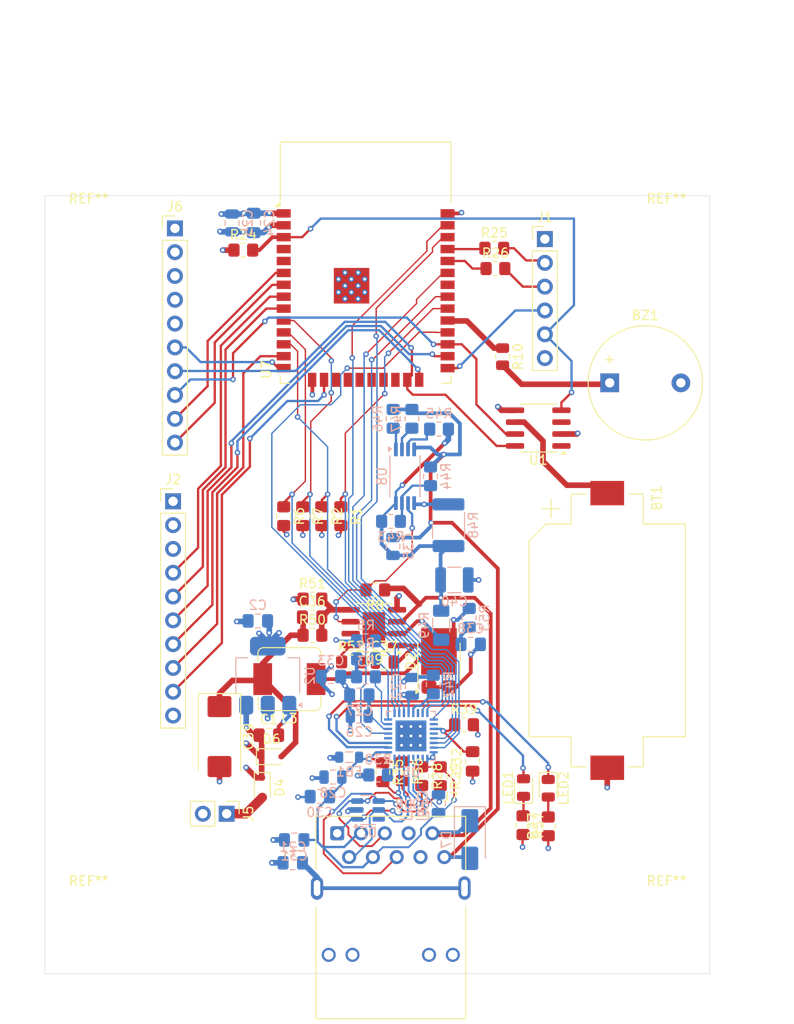
<source format=kicad_pcb>
(kicad_pcb (version 20240108) (generator "pcbnew") (generator_version "8.0")
  (layers (0 "F.Cu" signal) (1 "In1.Cu" signal) (2 "In2.Cu" signal) (31 "B.Cu" signal) (34 "B.Paste" user) (35 "F.Paste" user) (36 "B.SilkS" user "B.Silkscreen") (37 "F.SilkS" user "F.Silkscreen") (38 "B.Mask" user) (39 "F.Mask" user) (44 "Edge.Cuts" user))
  (net 0 "")
  (net 1 "GND")
  (net 2 "VBAT")
  (net 3 "/BOOT")
  (net 4 "Net-(C21-Pad1)")
  (net 5 "+3V3")
  (net 6 "Net-(U5-VDDCR)")
  (net 7 "Net-(U5-~{RST})")
  (net 8 "Spare2")
  (net 9 "Spare1")
  (net 10 "Net-(U9-FB)")
  (net 12 "Net-(D2-K)")
  (net 13 "Net-(C37-Pad1)")
  (net 14 "Net-(C38-Pad2)")
  (net 15 "/TD+")
  (net 16 "/RD-")
  (net 17 "/TD-")
  (net 18 "/RD+")
  (net 19 "/RX")
  (net 20 "/TX")
  (net 21 "/GPIO13_MISO")
  (net 22 "/GPIO32_IRQ")
  (net 23 "/GPIO14_SCK")
  (net 24 "/GPIO2_SS")
  (net 25 "/GPIO33_RSTO")
  (net 26 "/GPIO4_MOSI")
  (net 27 "Net-(LED1-K)")
  (net 28 "Net-(LED1-A)")
  (net 29 "/GPIO18_MDIO")
  (net 30 "/GPIO27_EMAC_RX_DV")
  (net 31 "Net-(U5-RXCLK{slash}~{PHYAD1})")
  (net 32 "Net-(U5-RXD3{slash}~{PHYAD2})")
  (net 33 "Net-(U5-RXD2{slash}~{RMIISEL})")
  (net 34 "/GPIO26_EMAC_RXD1")
  (net 35 "/GPIO25_EMAC_RXD0")
  (net 36 "Net-(U7-TXD0{slash}IO1)")
  (net 37 "Net-(U7-RXD0{slash}IO3)")
  (net 38 "Net-(U5-RBIAS)")
  (net 39 "Net-(U5-RXER{slash}RXD4{slash}~{PHYAD0})")
  (net 40 "Net-(U8-NC)")
  (net 41 "Net-(U8-DET)")
  (net 42 "Net-(U8-ILIM)")
  (net 43 "Net-(U8-CLASS)")
  (net 44 "Net-(R49-Pad2)")
  (net 45 "Net-(U9-BS)")
  (net 47 "/GPIO19_EMAC_TXD0")
  (net 50 "/GPIO21_EMAC_TX_EN")
  (net 51 "/GPIO17_EMAC_CLK_OUT_180")
  (net 53 "/GPIO23_MDC")
  (net 54 "/GPIO22_EMAC_TXD1")
  (net 57 "Net-(BZ1-+)")
  (net 64 "+5V0")
  (net 65 "/GPIO34")
  (net 67 "/EN")
  (net 69 "/GPIO35")
  (net 70 "Net-(U8-PG)")
  (net 72 "Net-(LED2-K)")
  (net 73 "Net-(LED2-A)")
  (net 74 "/GPIO12")
  (net 75 "/GPIO5_BUZZ")
  (net 76 "+5V0_ETH")
  (net 77 "Net-(D4-A)")
  (net 84 "/GPIO15_SCL")
  (net 85 "/GPIO16_SDA")
  (net 88 "/+3V3_FILT")
  (footprint "Resistor_SMD:R_0805_2012Metric_Pad1.20x1.40mm_HandSolder" (layer "F.Cu") (at 90.0684 124.1552 -90)
    (property "Reference" "R37")
    (property "Value" "2.2k")
  )
  (footprint "Capacitor_Tantalum_SMD:CP_EIA-7343-30_AVX-N_Pad2.25x2.55mm_HandSolder" (layer "F.Cu") (at 57.658 114.7 -90)
    (property "Reference" "C39")
    (property "Value" "330u")
  )
  (footprint "Connector_PinHeader_2.54mm:PinHeader_1x10_P2.54mm_Vertical" (layer "F.Cu") (at 52.9 60.48)
    (property "Reference" "J6")
    (property "Value" "Conn_01x10_Pin")
  )
  (footprint "Resistor_SMD:R_0805_2012Metric_Pad1.20x1.40mm_HandSolder" (layer "F.Cu") (at 75.1 118.5 -90)
    (property "Reference" "R35")
    (property "Value" "49.9R")
  )
  (footprint "Diode_SMD:D_SOD-323" (layer "F.Cu") (at 62.23 120.142 -90)
    (property "Reference" "D4")
    (property "Value" "BAT60A")
  )
  (footprint "Resistor_SMD:R_0805_2012Metric_Pad1.20x1.40mm_HandSolder" (layer "F.Cu") (at 66.548 91.186 -90)
    (property "Reference" "R7")
    (property "Value" "2.2k")
  )
  (footprint "LED_SMD:LED_0805_2012Metric" (layer "F.Cu") (at 92.7608 120.2159 -90)
    (property "Reference" "LED2")
    (property "Value" "LED")
  )
  (footprint "Resistor_SMD:R_0805_2012Metric_Pad1.20x1.40mm_HandSolder" (layer "F.Cu") (at 87 62.6)
    (property "Reference" "R25")
    (property "Value" "22R")
  )
  (footprint "Capacitor_SMD:C_0805_2012Metric_Pad1.18x1.45mm_HandSolder" (layer "F.Cu") (at 67.5475 101.96)
    (property "Reference" "C36")
    (property "Value" "12p")
  )
  (footprint "Resistor_SMD:R_0805_2012Metric" (layer "F.Cu") (at 87.884 74.168 -90)
    (property "Reference" "R10")
    (property "Value" "22")
  )
  (footprint "Resistor_SMD:R_0805_2012Metric_Pad1.20x1.40mm_HandSolder" (layer "F.Cu") (at 71.7 106.73)
    (property "Reference" "R52")
    (property "Value" "4.7R")
  )
  (footprint "Resistor_SMD:R_0805_2012Metric_Pad1.20x1.40mm_HandSolder" (layer "F.Cu") (at 74.295 99.06 180)
    (property "Reference" "R8")
    (property "Value" "100k")
  )
  (footprint "Resistor_SMD:R_0805_2012Metric_Pad1.20x1.40mm_HandSolder" (layer "F.Cu") (at 79.248 118.9228 -90)
    (property "Reference" "R28")
    (property "Value" "49.9R")
  )
  (footprint "Battery:BatteryHolder_Keystone_1060_1x2032" (layer "F.Cu") (at 99.06 103.378 -90)
    (property "Reference" "BT1")
    (property "Value" "Battery_Cell")
  )
  (footprint "Resistor_SMD:R_0805_2012Metric_Pad1.20x1.40mm_HandSolder" (layer "F.Cu") (at 70.612 91.186 -90)
    (property "Reference" "R1")
    (property "Value" "2.2k")
  )
  (footprint "Resistor_SMD:R_0805_2012Metric_Pad1.20x1.40mm_HandSolder" (layer "F.Cu") (at 77.18 118.4 -90)
    (property "Reference" "R36")
    (property "Value" "49.9R")
  )
  (footprint "Buzzer_Beeper:Buzzer_12x9.5RM7.6" (layer "F.Cu") (at 99.324 76.962)
    (property "Reference" "BZ1")
    (property "Value" "Buzzer")
  )
  (footprint "Inductor_SMD:L_Sumida_CDMC6D28_7.25x6.5mm" (layer "F.Cu") (at 65.12 108.57 180)
    (property "Reference" "L3")
    (property "Value" "33u")
  )
  (footprint "MountingHole:MountingHole_4.3mm_M4" (layer "F.Cu") (at 105.4 62.6)
    (property "Reference" "REF**")
    (property "Value" "MountingHole_4.3mm_M4")
  )
  (footprint "Diode_SMD:D_SOD-323" (layer "F.Cu") (at 63.21 116.84)
    (property "Reference" "D6")
    (property "Value" "BAT60A")
  )
  (footprint "Capacitor_SMD:C_0805_2012Metric_Pad1.18x1.45mm_HandSolder" (layer "F.Cu") (at 84.6836 117.348 90)
    (property "Reference" "C32")
    (property "Value" "10u")
  )
  (footprint "Resistor_SMD:R_0805_2012Metric_Pad1.20x1.40mm_HandSolder" (layer "F.Cu") (at 87.122 64.77)
    (property "Reference" "R26")
    (property "Value" "22R")
  )
  (footprint "Resistor_SMD:R_0805_2012Metric_Pad1.20x1.40mm_HandSolder" (layer "F.Cu") (at 81.2292 118.94 -90)
    (property "Reference" "R29")
    (property "Value" "49.9R")
  )
  (footprint "Resistor_SMD:R_0805_2012Metric_Pad1.20x1.40mm_HandSolder" (layer "F.Cu") (at 67.58 103.89)
    (property "Reference" "R50")
    (property "Value" "30.1k")
  )
  (footprint "Package_TO_SOT_SMD:Nexperia_CFP15_SOT-1289" (layer "F.Cu") (at 81.09 106.64 90)
    (property "Reference" "D2")
    (property "Value" "PMEG100V060ELPD")
  )
  (footprint "LED_SMD:LED_0805_2012Metric" (layer "F.Cu") (at 90.1192 120.142 90)
    (property "Reference" "LED1")
    (property "Value" "LED")
  )
  (footprint "Resistor_SMD:R_0805_2012Metric_Pad1.20x1.40mm_HandSolder" (layer "F.Cu") (at 68.58 91.186 -90)
    (property "Reference" "R2")
    (property "Value" "2.2k")
  )
  (footprint "Resistor_SMD:R_0805_2012Metric_Pad1.20x1.40mm_HandSolder" (layer "F.Cu") (at 64.516 91.186 -90)
    (property "Reference" "R6")
    (property "Value" "2.2k")
  )
  (footprint "Capacitor_SMD:C_0805_2012Metric_Pad1.18x1.45mm_HandSolder" (layer "F.Cu") (at 62.93 114.554)
    (property "Reference" "C1")
    (property "Value" "22u")
  )
  (footprint "RF_Module:ESP32-WROOM-32D" (layer "F.Cu") (at 73.26 67.13)
    (property "Reference" "U7")
    (property "Value" "ESP32-WROOM-32D")
  )
  (footprint "Resistor_SMD:R_0805_2012Metric_Pad1.20x1.40mm_HandSolder" (layer "F.Cu") (at 67.58 100.03)
    (property "Reference" "R51")
    (property "Value" "5.23k")
  )
  (footprint "MountingHole:MountingHole_4.3mm_M4" (layer "F.Cu") (at 43.7 62.6)
    (property "Reference" "REF**")
    (property "Value" "MountingHole_4.3mm_M4")
  )
  (footprint "MountingHole:MountingHole_4.3mm_M4" (layer "F.Cu") (at 43.7 135.4)
    (property "Reference" "REF**")
    (property "Value" "MountingHole_4.3mm_M4")
  )
  (footprint "Capacitor_SMD:C_0805_2012Metric" (layer "F.Cu") (at 75.26 106.76)
    (property "Reference" "C37")
    (property "Value" "100n")
  )
  (footprint "Package_SO:SOIC-8_3.9x4.9mm_P1.27mm" (layer "F.Cu") (at 91.694 81.788 180)
    (property "Reference" "U1")
    (property "Value" "DS3232M")
  )
  (footprint "Connector_PinHeader_2.54mm:PinHeader_1x06_P2.54mm_Vertical" (layer "F.Cu") (at 92.4 61.62)
    (property "Reference" "J1")
    (property "Value" "Conn_01x06_Pin")
  )
  (footprint "Connector_PinHeader_2.54mm:PinHeader_1x02_P2.54mm_Vertical" (layer "F.Cu") (at 58.42 122.936 -90)
    (property "Reference" "J5")
    (property "Value" "Conn_01x02_Pin")
  )
  (footprint "Homebrew:RJ45_Hanrun_HY934711C" (layer "F.Cu") (at 75.945 133.91 180)
    (property "Reference" "J7")
    (property "Value" "Hanrun_HY931147C-Homebrew")
  )
  (footprint "Resistor_SMD:R_0805_2012Metric_Pad1.20x1.40mm_HandSolder" (layer "F.Cu") (at 83.7692 113.4364)
    (property "Reference" "R39")
    (property "Value" "10k")
  )
  (footprint "Package_SO:SOIC-8-1EP_3.9x4.9mm_P1.27mm_EP2.41x3.3mm" (layer "F.Cu") (at 74.14 103.08 180)
    (property "Reference" "U9")
    (property "Value" "TX4138(ESOIC-8)")
  )
  (footprint "Resistor_SMD:R_0805_2012Metric_Pad1.20x1.40mm_HandSolder" (layer "F.Cu") (at 60.2 62.8)
    (property "Reference" "R24")
    (property "Value" "10k")
  )
  (footprint "Connector_PinHeader_2.54mm:PinHeader_1x10_P2.54mm_Vertical" (layer "F.Cu") (at 52.7 89.6)
    (property "Reference" "J2")
    (property "Value" "Conn_01x10_Pin")
  )
  (footprint "Resistor_SMD:R_0805_2012Metric_Pad1.20x1.40mm_HandSolder" (layer "F.Cu") (at 92.7608 124.2799 90)
    (property "Reference" "R27")
    (property "Value" "2.2k")
  )
  (footprint "MountingHole:MountingHole_4.3mm_M4" (layer "F.Cu") (at 105.4 135.4)
    (property "Reference" "REF**")
    (property "Value" "MountingHole_4.3mm_M4")
  )
  (footprint "Diode_SMD:D_SMA" (layer "B.Cu") (at 84.39 125.69 -90)
    (property "Reference" "D7")
    (property "Value" "SMAJ58A")
  )
  (footprint "Capacitor_SMD:C_0805_2012Metric" (layer "B.Cu") (at 72.58 112.522)
    (property "Reference" "C26")
    (property "Value" "100n")
  )
  (footprint "Capacitor_SMD:C_0805_2012Metric_Pad1.18x1.45mm_HandSolder" (layer "B.Cu") (at 61.7525 102.362 180)
    (property "Reference" "C2")
    (property "Value" "22u")
  )
  (footprint "Package_TO_SOT_SMD:SOT-23-6" (layer "B.Cu") (at 73.52 122.53)
    (property "Reference" "D3")
    (property "Value" "ESDA6V1-5SC6")
  )
  (footprint "Resistor_SMD:R_0805_2012Metric_Pad1.20x1.40mm_HandSolder" (layer "B.Cu") (at 84.32 102.03 90)
    (property "Reference" "R53")
    (property "Value" "22R")
  )
  (footprint "Capacitor_SMD:C_0805_2012Metric_Pad1.18x1.45mm_HandSolder" (layer "B.Cu") (at 61.3 59.9 90)
    (property "Reference" "C24")
    (property "Value" "22u")
  )
  (footprint "Capacitor_SMD:C_0805_2012Metric" (layer "B.Cu") (at 81.04 121.86 -90)
    (property "Reference" "C29")
    (property "Value" "100n")
  )
  (footprint "Resistor_SMD:R_0805_2012Metric_Pad1.20x1.40mm_HandSolder" (layer "B.Cu") (at 80.485 109.1525 90)
    (property "Reference" "R42")
    (property "Value" "2.2k")
  )
  (footprint "Capacitor_SMD:C_0805_2012Metric_Pad1.18x1.45mm_HandSolder" (layer "B.Cu") (at 69.5525 108.29 180)
    (property "Reference" "C33")
    (property "Value" "22u")
  )
  (footprint "Resistor_SMD:R_0805_2012Metric_Pad1.20x1.40mm_HandSolder" (layer "B.Cu") (at 73.3 108.33 180)
    (property "Reference" "R3")
    (property "Value" "2.2k")
  )
  (footprint "Diode_SMD:D_SOD-923" (layer "B.Cu") (at 79.1464 123.1392 180)
    (property "Reference" "D9")
    (property "Value" "ESD9B5.0ST5G" (hide yes))
  )
  (footprint "Capacitor_SMD:C_0805_2012Metric_Pad1.18x1.45mm_HandSolder" (layer "B.Cu") (at 84.48 104.86 180)
    (property "Reference" "C38")
    (property "Value" "220p")
  )
  (footprint "Capacitor_SMD:C_0805_2012Metric" (layer "B.Cu") (at 78.232 109.347 -90)
    (property "Reference" "C22")
    (property "Value" "100n")
  )
  (footprint "Capacitor_SMD:C_0805_2012Metric_Pad1.18x1.45mm_HandSolder" (layer "B.Cu") (at 72.59 110.275)
    (property "Reference" "C27")
    (property "Value" "2.2u")
  )
  (footprint "Resistor_SMD:R_0805_2012Metric_Pad1.20x1.40mm_HandSolder" (layer "B.Cu") (at 73.3 104.48 180)
    (property "Reference" "R5")
    (property "Value" "2.2k")
  )
  (footprint "Resistor_SMD:R_0805_2012Metric_Pad1.20x1.40mm_HandSolder" (layer "B.Cu") (at 76.2 80.8 -90)
    (property "Reference" "R46")
    (property "Value" "180k")
  )
  (footprint "Resistor_SMD:R_0805_2012Metric_Pad1.20x1.40mm_HandSolder" (layer "B.Cu") (at 75.97 91.74)
    (property "Reference" "R43")
    (property "Value" "130k")
  )
  (footprint "Resistor_SMD:R_0805_2012Metric_Pad1.20x1.40mm_HandSolder" (layer "B.Cu") (at 74.6 118.8 180)
    (property "Reference" "R38")
    (property "Value" "12.1k")
  )
  (footprint "Capacitor_SMD:C_0805_2012Metric" (layer "B.Cu") (at 76.18 94.42 90)
    (property "Reference" "C35")
    (property "Value" "100n")
  )
  (footprint "Resistor_SMD:R_1206_3216Metric_Pad1.30x1.75mm_HandSolder" (layer "B.Cu") (at 81.33 102.82 -90)
    (property "Reference" "R49")
    (property "Value" "0.03R")
  )
  (footprint "Capacitor_SMD:C_0805_2012Metric_Pad1.18x1.45mm_HandSolder" (layer "B.Cu") (at 65.4812 128.1684 180)
    (property "Reference" "C21")
    (property "Value" "1n")
  )
  (footprint "Resistor_SMD:R_1812_4532Metric_Pad1.30x3.40mm_HandSolder" (layer "B.Cu") (at 82.11 92.15 90)
    (property "Reference" "R48")
    (property "Value" "4.7k")
  )
  (footprint "Capacitor_SMD:C_0805_2012Metric_Pad1.18x1.45mm_HandSolder" (layer "B.Cu") (at 65.6336 125.73)
    (property "Reference" "C31")
    (property "Value" "100n")
  )
  (footprint "Inductor_SMD:L_0805_2012Metric" (layer "B.Cu") (at 71.5 116.9)
    (property "Reference" "FB1")
    (property "Value" "600R/2A")
  )
  (footprint "Resistor_SMD:R_0805_2012Metric_Pad1.20x1.40mm_HandSolder" (layer "B.Cu") (at 80.19 86.93 90)
    (property "Reference" "R44")
    (property "Value" "10k")
  )
  (footprint "Capacitor_SMD:C_0805_2012Metric" (layer "B.Cu") (at 59 59.9 90)
    (property "Reference" "C25")
    (property "Value" "100n")
  )
  (footprint "Capacitor_SMD:C_1210_3225Metric" (layer "B.Cu") (at 82.74 97.99)
    (property "Reference" "C40")
    (property "Value" "10u")
  )
  (footprint "Diode_SMD:D_SOD-923" (layer "B.Cu") (at 77.3475 123.13 180)
    (property "Reference" "D8")
    (property "Value" "ESD9B5.0ST5G" (hide yes))
  )
  (footprint "Capacitor_SMD:C_0805_2012Metric_Pad1.18x1.45mm_HandSolder" (layer "B.Cu") (at 68.3768 121.1072)
    (property "Reference" "C30")
    (property "Value" "22u")
  )
  (footprint "Capacitor_SMD:C_0805_2012Metric" (layer "B.Cu") (at 69.77 119.0244)
    (property "Reference" "C28")
    (property "Value" "100n")
  )
  (footprint "Package_SO:TSSOP-8_4.4x3mm_P0.65mm" (layer "B.Cu") (at 77.465 86.9275 -90)
    (property "Reference" "U8")
    (property "Value" "TPS2375-1")
  )
  (footprint "Resistor_SMD:R_0805_2012Metric_Pad1.20x1.40mm_HandSolder" (layer "B.Cu") (at 81.1 81.9 180)
    (property "Reference" "R45")
    (property "Value" "24.9")
  )
  (footprint "Package_TO_SOT_SMD:SOT-223-3_TabPin2" (layer "B.Cu") (at 62.81 108.204 90)
    (property "Reference" "U2")
    (property "Value" "TLV1117-33")
  )
  (footprint "Resistor_SMD:R_0805_2012Metric_Pad1.20x1.40mm_HandSolder" (layer "B.Cu") (at 78.2 80.8 -90)
    (property "Reference" "R47")
    (property "Value" "4.42k")
  )
  (footprint "Resistor_SMD:R_0805_2012Metric_Pad1.20x1.40mm_HandSolder" (layer "B.Cu") (at 73.3 106.41 180)
    (property "Reference" "R4")
    (property "Value" "2.2k")
  )
  (footprint "Package_DFN_QFN:QFN-32-1EP_5x5mm_P0.5mm_EP3.3x3.3mm_ThermalVias" (layer "B.Cu") (at 78.1 114.63)
    (property "Reference" "U5")
    (property "Value" "LAN8710A")
  )
  (gr_rect (start 39 57) (end 110 140) (stroke (width 0.05)) (fill none) (layer "Edge.Cuts"))
  (segment (start 90.0176 125.206) (end 90.0684 125.1552) (width 0.25) (layer "F.Cu") (net 1))
  (segment (start 76.615 101.175) (end 76.615 100.33) (width 0.6) (layer "F.Cu") (net 1))
  (segment (start 84.6836 118.3855) (end 84.6836 119.5324) (width 0.25) (layer "F.Cu") (net 1))
  (segment (start 65.578 100.03) (end 65.532 100.076) (width 0.6) (layer "F.Cu") (net 1))
  (segment (start 67.575 76.665) (end 67.55 76.64) (width 0.4) (layer "F.Cu") (net 1))
  (segment (start 62.98 58.92) (end 62.99 58.91) (width 0.4) (layer "F.Cu") (net 1))
  (segment (start 63.05 58.85) (end 62.98 58.85) (width 0.4) (layer "F.Cu") (net 1))
  (segment (start 79.58 109.29) (end 79.71 109.42) (width 0.4) (layer "F.Cu") (net 1))
  (segment (start 83.5 58.8) (end 83.42 58.88) (width 0.4) (layer "F.Cu") (net 1))
  (segment (start 82.954999 109.42) (end 84.49 107.884999) (width 0.4) (layer "F.Cu") (net 1))
  (segment (start 76.615 100.33) (end 76.615 99.915) (width 0.6) (layer "F.Cu") (net 1))
  (segment (start 62.98 58.85) (end 62.98 58.92) (width 0.4) (layer "F.Cu") (net 1))
  (segment (start 57.658 117.9) (end 57.658 119.5) (width 0.6) (layer "F.Cu") (net 1))
  (segment (start 76.615 99.915) (end 76.835 99.695) (width 0.6) (layer "F.Cu") (net 1))
  (segment (start 79.71 109.42) (end 80.025 109.42) (width 0.4) (layer "F.Cu") (net 1))
  (segment (start 84.49 105.94) (end 84.49 106.09) (width 0.4) (layer "F.Cu") (net 1))
  (segment (start 89.219 79.883) (end 87.757 79.883) (width 0.6) (layer "F.Cu") (net 1))
  (segment (start 63.02 58.88) (end 63.05 58.85) (width 0.4) (layer "F.Cu") (net 1))
  (segment (start 66.58 100.03) (end 65.578 100.03) (width 0.6) (layer "F.Cu") (net 1))
  (segment (start 82.155 109.42) (end 80.025 109.42) (width 0.4) (layer "F.Cu") (net 1))
  (segment (start 87.757 79.883) (end 87.376 79.502) (width 0.6) (layer "F.Cu") (net 1))
  (segment (start 63.9675 113.6385) (end 63.9675 114.554) (width 0.4) (layer "F.Cu") (net 1))
  (segment (start 63.01 58.88) (end 62.98 58.85) (width 0.6) (layer "F.Cu") (net 1))
  (segment (start 99.06 118.028) (end 99.06 120.142) (width 0.6) (layer "F.Cu") (net 1))
  (segment (start 64.516 113.09) (end 63.9675 113.6385) (width 0.4) (layer "F.Cu") (net 1))
  (segment (start 67.575 78.232) (end 67.575 76.665) (width 0.4) (layer "F.Cu") (net 1))
  (segment (start 82.155 109.42) (end 82.954999 109.42) (width 0.4) (layer "F.Cu") (net 1))
  (segment (start 90.0176 126.492) (end 90.0176 125.206) (width 0.25) (layer "F.Cu") (net 1))
  (segment (start 83.42 58.88) (end 82.01 58.88) (width 0.4) (layer "F.Cu") (net 1))
  (segment (start 64.51 58.88) (end 63.01 58.88) (width 0.6) (layer "F.Cu") (net 1))
  (segment (start 84.49 107.884999) (end 84.49 105.94) (width 0.4) (layer "F.Cu") (net 1))
  (via (at 67.575 78.232) (size 0.6) (drill 0.3) (layers "F.Cu" "B.Cu") (net 1))
  (via (at 57.658 119.5) (size 0.6) (drill 0.3) (layers "F.Cu" "B.Cu") (net 1))
  (via (at 63.3984 125.73) (size 0.6) (drill 0.3) (layers "F.Cu" "B.Cu") (net 1))
  (via (at 83.5 58.8) (size 0.6) (drill 0.3) (layers "F.Cu" "B.Cu") (net 1))
  (via (at 72.39 118.872) (size 0.6) (drill 0.3) (layers "F.Cu" "B.Cu") (net 1))
  (via (at 59.498587 102.424587) (size 0.6) (drill 0.3) (layers "F.Cu" "B.Cu") (net 1))
  (via (at 99.06 120.142) (size 0.6) (drill 0.3) (layers "F.Cu" "B.Cu") (net 1))
  (via (at 79.5 89.925) (size 0.6) (drill 0.3) (layers "F.Cu" "B.Cu") (net 1))
  (via (at 65.532 100.076) (size 0.6) (drill 0.3) (layers "F.Cu" "B.Cu") (net 1))
  (via (at 64.516 113.09) (size 0.6) (drill 0.3) (layers "F.Cu" "B.Cu") (net 1))
  (via (at 84.49 105.94) (size 0.6) (drill 0.3) (layers "F.Cu" "B.Cu") (net 1))
  (via (at 60.2375 58.8625) (size 0.6) (drill 0.3) (layers "F.Cu" "B.Cu") (net 1))
  (via (at 85.33 97.99) (size 0.6) (drill 0.3) (layers "F.Cu" "B.Cu") (net 1))
  (via (at 87.376 79.502) (size 0.6) (drill 0.3) (layers "F.Cu" "B.Cu") (net 1))
  (via (at 71.374 122.682) (size 0.6) (drill 0.3) (layers "F.Cu" "B.Cu") (net 1))
  (via (at 80.430189 116.922341) (size 0.6) (drill 0.3) (layers "F.Cu" "B.Cu") (net 1))
  (via (at 84.6836 119.5324) (size 0.6) (drill 0.3) (layers "F.Cu" "B.Cu") (net 1))
  (via (at 90.0176 126.492) (size 0.6) (drill 0.3) (layers "F.Cu" "B.Cu") (net 1))
  (via (at 63.246 128.1684) (size 0.6) (drill 0.3) (layers "F.Cu" "B.Cu") (net 1))
  (via (at 66.04 121.158) (size 0.6) (drill 0.3) (layers "F.Cu" "B.Cu") (net 1))
  (via (at 77.343 108.839) (size 0.6) (drill 0.3) (layers "F.Cu" "B.Cu") (net 1))
  (via (at 71.06 109.28) (size 0.6) (drill 0.3) (layers "F.Cu" "B.Cu") (net 1))
  (via (at 62.98 58.85) (size 0.6) (drill 0.3) (layers "F.Cu" "B.Cu") (net 1))
  (via (at 76.835 99.695) (size 0.6) (drill 0.3) (layers "F.Cu" "B.Cu") (net 1))
  (via (at 81.126992 121.658208) (size 0.6) (drill 0.3) (layers "F.Cu" "B.Cu") (net 1))
  (via (at 67.564 119.126) (size 0.6) (drill 0.3) (layers "F.Cu" "B.Cu") (net 1))
  (via (at 57.85 58.95) (size 0.6) (drill 0.3) (layers "F.Cu" "B.Cu") (net 1))
  (via (at 71.628 114.046) (size 0.6) (drill 0.3) (layers "F.Cu" "B.Cu") (net 1))
  (segment (start 70.63 108.33) (end 70.59 108.29) (width 0.4) (layer "B.Cu") (net 1))
  (segment (start 70.64 108.34) (end 70.59 108.29) (width 0.4) (layer "B.Cu") (net 1))
  (segment (start 84.215 97.99) (end 85.33 97.99) (width 0.4) (layer "B.Cu") (net 1))
  (segment (start 72.3 106.41) (end 72.3 108.33) (width 0.4) (layer "B.Cu") (net 1))
  (segment (start 64.5961 125.73) (end 63.3984 125.73) (width 0.6) (layer "B.Cu") (net 1))
  (segment (start 80.28503 117.0675) (end 80.430189 116.922341) (width 0.25) (layer "B.Cu") (net 1))
  (segment (start 59 58.95) (end 57.85 58.95) (width 0.6) (layer "B.Cu") (net 1))
  (segment (start 71.628 113.712) (end 71.63 113.71) (width 0.4) (layer "B.Cu") (net 1))
  (segment (start 59.498587 102.424587) (end 60.652413 102.424587) (width 0.6) (layer "B.Cu") (net 1))
  (segment (start 80.2925 108.345) (end 78.285 108.345) (width 0.4) (layer "B.Cu") (net 1))
  (segment (start 72.3 108.33) (end 70.63 108.33) (width 0.4) (layer "B.Cu") (net 1))
  (segment (start 67.345 121.1015) (end 67.3393 121.1072) (width 0.25) (layer "B.Cu") (net 1))
  (segment (start 71.5525 109.7725) (end 70.59 108.81) (width 0.4) (layer "B.Cu") (net 1))
  (segment (start 71.628 114.046) (end 71.63 114.044) (width 0.4) (layer "B.Cu") (net 1))
  (segment (start 62.98 58.85) (end 62.9575 58.8725) (width 0.4) (layer "B.Cu") (net 1))
  (segment (start 71.76 110.0675) (end 71.5525 110.275) (width 0.4) (layer "B.Cu") (net 1))
  (segment (start 59 58.95) (end 60.15 58.95) (width 0.6) (layer "B.Cu") (net 1))
  (segment (start 61.3 58.8625) (end 62.9675 58.8625) (width 0.6) (layer "B.Cu") (net 1))
  (segment (start 71.526 122.53) (end 71.374 122.682) (width 0.6) (layer "B.Cu") (net 1))
  (segment (start 68.7184 119.126) (end 68.82 119.0244) (width 0.4) (layer "B.Cu") (net 1))
  (segment (start 65.11 112.496) (end 64.516 113.09) (width 0.4) (layer "B.Cu") (net 1))
  (segment (start 71.628 114.046) (end 71.628 113.712) (width 0.4) (layer "B.Cu") (net 1))
  (segment (start 79.5 89.925) (end 82.11 89.925) (width 0.4) (layer "B.Cu") (net 1))
  (segment (start 73.6 118.8) (end 73.528 118.872) (width 0.6) (layer "B.Cu") (net 1))
  (segment (start 80.485 108.1525) (end 80.2925 108.345) (width 0.4) (layer "B.Cu") (net 1))
  (segment (start 79.85 117.0675) (end 80.28503 117.0675) (width 0.25) (layer "B.Cu") (net 1))
  (segment (start 81.975 89.79) (end 82.11 89.925) (width 0.4) (layer "B.Cu") (net 1))
  (segment (start 71.63 114.044) (end 71.63 112.225) (width 0.4) (layer "B.Cu") (net 1))
  (segment (start 71.63 112.225) (end 71.5525 112.1475) (width 0.4) (layer "B.Cu") (net 1))
  (segment (start 60.15 58.95) (end 60.2375 58.8625) (width 0.6) (layer "B.Cu") (net 1))
  (segment (start 65.11 111.354) (end 65.11 112.496) (width 0.4) (layer "B.Cu") (net 1))
  (segment (start 90.0684 126.4412) (end 90.0176 126.492) (width 0.25) (layer "B.Cu") (net 1))
  (segment (start 62.9675 58.8625) (end 62.98 58.85) (width 0.6) (layer "B.Cu") (net 1))
  (segment (start 60.652413 102.424587) (end 60.715 102.362) (width 0.6) (layer "B.Cu") (net 1))
  (segment (start 80.5375 116.81503) (end 80.430189 116.922341) (width 0.25) (layer "B.Cu") (net 1))
  (segment (start 79.5 89.925) (end 78.575 89.925) (width 0.4) (layer "B.Cu") (net 1))
  (segment (start 78.232 108.397) (end 77.785 108.397) (width 0.6) (layer "B.Cu") (net 1))
  (segment (start 85.5175 104.86) (end 85.5175 104.9125) (width 0.4) (layer "B.Cu") (net 1))
  (segment (start 67.3393 121.1072) (end 67.2885 121.158) (width 0.25) (layer "B.Cu") (net 1))
  (segment (start 72.3825 122.53) (end 71.526 122.53) (width 0.6) (layer "B.Cu") (net 1))
  (segment (start 70.59 108.81) (end 70.59 108.29) (width 0.4) (layer "B.Cu") (net 1))
  (segment (start 77.785 108.397) (end 77.343 108.839) (width 0.6) (layer "B.Cu") (net 1))
  (segment (start 81.04 121.571216) (end 81.04 120.91) (width 0.25) (layer "B.Cu") (net 1))
  (segment (start 64.4437 128.1684) (end 63.246 128.1684) (width 0.6) (layer "B.Cu") (net 1))
  (segment (start 67.345 120.665) (end 67.345 121.1015) (width 0.25) (layer "B.Cu") (net 1))
  (segment (start 81.126992 121.658208) (end 81.04 121.571216) (width 0.25) (layer "B.Cu") (net 1))
  (segment (start 80.5375 116.38) (end 80.5375 116.81503) (width 0.25) (layer "B.Cu") (net 1))
  (segment (start 58.6825 59.14) (end 58.95 58.8725) (width 0.4) (layer "B.Cu") (net 1))
  (segment (start 62.8975 58.9325) (end 62.98 58.85) (width 0.4) (layer "B.Cu") (net 1))
  (segment (start 78.575 89.925) (end 78.44 89.79) (width 0.4) (layer "B.Cu") (net 1))
  (segment (start 85.5175 104.9125) (end 84.49 105.94) (width 0.4) (layer "B.Cu") (net 1))
  (segment (start 67.2885 121.158) (end 66.04 121.158) (width 0.25) (layer "B.Cu") (net 1))
  (segment (start 73.528 118.872) (end 72.39 118.872) (width 0.6) (layer "B.Cu") (net 1))
  (segment (start 71.5525 110.275) (end 71.5525 109.7725) (width 0.4) (layer "B.Cu") (net 1))
  (segment (start 71.5525 112.1475) (end 71.5525 110.275) (width 0.4) (layer "B.Cu") (net 1))
  (segment (start 67.564 119.126) (end 68.7184 119.126) (width 0.4) (layer "B.Cu") (net 1))
  (segment (start 60.2375 58.8625) (end 61.3 58.8625) (width 0.6) (layer "B.Cu") (net 1))
  (segment (start 92.202 83.161001) (end 92.202 85.344) (width 0.6) (layer "F.Cu") (net 2))
  (segment (start 92.202 85.344) (end 94.742 87.884) (width 0.6) (layer "F.Cu") (net 2))
  (segment (start 89.219 81.153) (end 90.193999 81.153) (width 0.6) (layer "F.Cu") (net 2))
  (segment (start 94.742 87.884) (end 98.216 87.884) (width 0.6) (layer "F.Cu") (net 2))
  (segment (start 90.193999 81.153) (end 92.202 83.161001) (width 0.6) (layer "F.Cu") (net 2))
  (segment (start 98.216 87.884) (end 99.06 88.728) (width 0.6) (layer "F.Cu") (net 2))
  (segment (start 83.106 75.39) (end 83.312 75.184) (width 0.25) (layer "F.Cu") (net 3))
  (segment (start 82.01 75.39) (end 83.106 75.39) (width 0.25) (layer "F.Cu") (net 3))
  (via (at 83.312 75.184) (size 0.6) (drill 0.3) (layers "F.Cu" "B.Cu") (net 3))
  (segment (start 83.312 75.184) (end 89.256 69.24) (width 0.25) (layer "B.Cu") (net 3))
  (segment (start 89.256 69.24) (end 92.4 69.24) (width 0.25) (layer "B.Cu") (net 3))
  (segment (start 83.67 130.875) (end 68.17 130.875) (width 0.4) (layer "B.Cu") (net 4))
  (segment (start 66.5187 128.1684) (end 68.07 129.7197) (width 0.6) (layer "B.Cu") (net 4))
  (segment (start 68.07 129.7197) (end 68.07 130.86) (width 0.6) (layer "B.Cu") (net 4))
  (segment (start 64.516 92.186) (end 64.516 92.828411) (width 0.25) (layer "F.Cu") (net 5))
  (segment (start 69.68 110.19) (end 69.725 110.235) (width 0.25) (layer "F.Cu") (net 5))
  (segment (start 66.548 92.186) (end 66.548 93.218) (width 0.25) (layer "F.Cu") (net 5))
  (segment (start 85.2424 113.9096) (end 84.7692 113.4364) (width 0.25) (layer "F.Cu") (net 5))
  (segment (start 64.516 92.828411) (end 64.835001 93.147412) (width 0.25) (layer "F.Cu") (net 5))
  (segment (start 68.58 92.186) (end 68.58 93.218) (width 0.25) (layer "F.Cu") (net 5))
  (segment (start 94.169 82.423) (end 95.8342 82.423) (width 0.6) (layer "F.Cu") (net 5))
  (segment (start 62.92 60.38) (end 63.15 60.15) (width 0.6) (layer "F.Cu") (net 5))
  (segment (start 70.612 92.964) (end 70.358 93.218) (width 0.25) (layer "F.Cu") (net 5))
  (segment (start 63.15 60.15) (end 64.51 60.15) (width 0.6) (layer "F.Cu") (net 5))
  (segment (start 95.8342 82.423) (end 95.9104 82.3468) (width 0.6) (layer "F.Cu") (net 5))
  (segment (start 59.2 62.8) (end 58 62.8) (width 0.6) (layer "F.Cu") (net 5))
  (segment (start 92.7608 125.2799) (end 92.7608 126.6167) (width 0.25) (layer "F.Cu") (net 5))
  (segment (start 85.2424 114.5032) (end 85.2424 113.9096) (width 0.25) (layer "F.Cu") (net 5))
  (segment (start 70.612 92.186) (end 70.612 92.964) (width 0.25) (layer "F.Cu") (net 5))
  (via (at 95.9104 82.3468) (size 0.6) (drill 0.3) (layers "F.Cu" "B.Cu") (net 5))
  (via (at 77.343 110.236) (size 0.6) (drill 0.3) (layers "F.Cu" "B.Cu") (net 5))
  (via (at 64.008 103.632) (size 0.6) (drill 0.3) (layers "F.Cu" "B.Cu") (net 5))
  (via (at 57.7 60.8) (size 0.6) (drill 0.3) (layers "F.Cu" "B.Cu") (net 5))
  (via (at 92.7608 126.6167) (size 0.6) (drill 0.3) (layers "F.Cu" "B.Cu") (net 5))
  (via (at 70.358 93.218) (size 0.6) (drill 0.3) (layers "F.Cu" "B.Cu") (net 5))
  (via (at 70.104 104.394) (size 0.6) (drill 0.3) (layers "F.Cu" "B.Cu") (net 5))
  (via (at 64.835001 93.147412) (size 0.6) (drill 0.3) (layers "F.Cu" "B.Cu") (net 5))
  (via (at 69.594 107.186) (size 0.6) (drill 0.3) (layers "F.Cu" "B.Cu") (net 5))
  (via (at 66.548 93.218) (size 0.6) (drill 0.3) (layers "F.Cu" "B.Cu") (net 5))
  (via (at 60.198 60.85) (size 0.6) (drill 0.3) (layers "F.Cu" "B.Cu") (net 5))
  (via (at 85.2424 114.5032) (size 0.6) (drill 0.3) (layers "F.Cu" "B.Cu") (net 5))
  (via (at 62.92 60.38) (size 0.6) (drill 0.3) (layers "F.Cu" "B.Cu") (net 5))
  (via (at 68.58 93.218) (size 0.6) (drill 0.3) (layers "F.Cu" "B.Cu") (net 5))
  (via (at 62.968314 103.632) (size 0.6) (drill 0.3) (layers "F.Cu" "B.Cu") (net 5))
  (via (at 69.469 116.967) (size 0.6) (drill 0.3) (layers "F.Cu" "B.Cu") (net 5))
  (via (at 61.8744 103.6828) (size 0.6) (drill 0.3) (layers "F.Cu" "B.Cu") (net 5))
  (via (at 58 62.8) (size 0.6) (drill 0.3) (layers "F.Cu" "B.Cu") (net 5))
  (via (at 69.68 110.19) (size 0.6) (drill 0.3) (layers "F.Cu" "B.Cu") (net 5))
  (via (at 62.7888 112.776) (size 0.6) (drill 0.3) (layers "F.Cu" "B.Cu") (net 5))
  (segment (start 61.2125 60.85) (end 61.3 60.9375) (width 0.6) (layer "B.Cu") (net 5))
  (segment (start 62.968314 102.540314) (end 62.79 102.362) (width 0.6) (layer "B.Cu") (net 5))
  (segment (start 62.81 104.6184) (end 62.81 105.054) (width 0.4) (layer "B.Cu") (net 5))
  (segment (start 61.8744 103.6828) (end 62.81 104.6184) (width 0.6) (layer "B.Cu") (net 5))
  (segment (start 68.515 109.025) (end 68.515 108.29) (width 0.4) (layer "B.Cu") (net 5))
  (segment (start 77.404 110.297) (end 77.343 110.236) (width 0.6) (layer "B.Cu") (net 5))
  (segment (start 78.284 110.245) (end 78.56 110.245) (width 0.25) (layer "B.Cu") (net 5))
  (segment (start 62.968314 103.632) (end 62.968314 102.540314) (width 0.6) (layer "B.Cu") (net 5))
  (segment (start 62.968314 104.895686) (end 62.81 105.054) (width 0.4) (layer "B.Cu") (net 5))
  (segment (start 62.81 112.7548) (end 62.7888 112.776) (width 0.6) (layer "B.Cu") (net 5))
  (segment (start 58.8575 61.04) (end 58.95 60.9475) (width 0.4) (layer "B.Cu") (net 5))
  (segment (start 59 60.85) (end 61.2125 60.85) (width 0.6) (layer "B.Cu") (net 5))
  (segment (start 62.3625 60.9375) (end 61.3 60.9375) (width 0.6) (layer "B.Cu") (net 5))
  (segment (start 68.515 108.29) (end 68.515 108.265) (width 0.4) (layer "B.Cu") (net 5))
  (segment (start 78.232 110.297) (end 77.404 110.297) (width 0.6) (layer "B.Cu") (net 5))
  (segment (start 69.68 110.19) (end 69.685 110.185) (width 0.4) (layer "B.Cu") (net 5))
  (segment (start 70.3705 116.967) (end 70.4375 116.9) (width 0.6) (layer "B.Cu") (net 5))
  (segment (start 68.515 108.265) (end 69.594 107.186) (width 0.4) (layer "B.Cu") (net 5))
  (segment (start 57.75 60.85) (end 59 60.85) (width 0.6) (layer "B.Cu") (net 5))
  (segment (start 62.81 111.354) (end 62.81 112.7548) (width 0.6) (layer "B.Cu") (net 5))
  (segment (start 72.3 104.48) (end 70.19 104.48) (width 0.25) (layer "B.Cu") (net 5))
  (segment (start 57.7 60.8) (end 57.75 60.85) (width 0.6) (layer "B.Cu") (net 5))
  (segment (start 70.19 104.48) (end 70.104 104.394) (width 0.25) (layer "B.Cu") (net 5))
  (segment (start 62.81 104.83) (end 64.008 103.632) (width 0.6) (layer "B.Cu") (net 5))
  (segment (start 69.68 110.19) (end 68.515 109.025) (width 0.4) (layer "B.Cu") (net 5))
  (segment (start 62.968314 103.632) (end 62.968314 104.895686) (width 0.4) (layer "B.Cu") (net 5))
  (segment (start 77.85 112.1925) (end 77.85 110.679) (width 0.25) (layer "B.Cu") (net 5))
  (segment (start 77.85 110.679) (end 78.284 110.245) (width 0.25) (layer "B.Cu") (net 5))
  (segment (start 69.469 116.967) (end 70.3705 116.967) (width 0.6) (layer "B.Cu") (net 5))
  (segment (start 62.92 60.38) (end 62.3625 60.9375) (width 0.6) (layer "B.Cu") (net 5))
  (segment (start 62.81 105.054) (end 62.81 104.83) (width 0.4) (layer "B.Cu") (net 5))
  (segment (start 73.53 112.225) (end 75.185 113.88) (width 0.15) (layer "B.Cu") (net 6))
  (segment (start 73.6275 110.275) (end 73.6275 112.1275) (width 0.4) (layer "B.Cu") (net 6))
  (segment (start 75.185 113.88) (end 75.6625 113.88) (width 0.15) (layer "B.Cu") (net 6))
  (segment (start 73.6275 112.1275) (end 73.53 112.225) (width 0.4) (layer "B.Cu") (net 6))
  (segment (start 81.534 114.0968) (end 83.7477 116.3105) (width 0.25) (layer "F.Cu") (net 7))
  (segment (start 82.1088 114.0968) (end 82.7692 113.4364) (width 0.25) (layer "F.Cu") (net 7))
  (segment (start 83.7477 116.3105) (end 84.6836 116.3105) (width 0.25) (layer "F.Cu") (net 7))
  (segment (start 81.534 114.0968) (end 82.1088 114.0968) (width 0.25) (layer "F.Cu") (net 7))
  (via (at 81.534 114.0968) (size 0.6) (drill 0.3) (layers "F.Cu" "B.Cu") (net 7))
  (segment (start 81.3172 113.88) (end 81.534 114.0968) (width 0.25) (layer "B.Cu") (net 7))
  (segment (start 80.5375 113.88) (end 81.3172 113.88) (width 0.25) (layer "B.Cu") (net 7))
  (segment (start 81.6 84.6) (end 80.2 86) (width 0.4) (layer "F.Cu") (net 8))
  (segment (start 80.25 91.89) (end 82.492 91.89) (width 0.4) (layer "F.Cu") (net 8))
  (segment (start 87.376 96.774) (end 87.376 122.428) (width 0.4) (layer "F.Cu") (net 8))
  (segment (start 82.244 127.56) (end 81.66 127.56) (width 0.4) (layer "F.Cu") (net 8))
  (segment (start 87.376 122.428) (end 82.244 127.56) (width 0.4) (layer "F.Cu") (net 8))
  (segment (start 80.2 86) (end 80.2 91.84) (width 0.4) (layer "F.Cu") (net 8))
  (segment (start 80.2 91.84) (end 80.25 91.89) (width 0.4) (layer "F.Cu") (net 8))
  (segment (start 82.492 91.89) (end 87.376 96.774) (width 0.4) (layer "F.Cu") (net 8))
  (via (at 81.6 84.6) (size 0.6) (drill 0.3) (layers "F.Cu" "B.Cu") (net 8))
  (via (at 80.25 91.89) (size 0.6) (drill 0.3) (layers "F.Cu" "B.Cu") (net 8))
  (segment (start 83.33 84.6) (end 80.92 84.6) (width 0.4) (layer "B.Cu") (net 8))
  (segment (start 80.92 84.6) (end 80.18 83.86) (width 0.4) (layer "B.Cu") (net 8))
  (segment (start 81.6 84.6) (end 80.92 84.6) (width 0.4) (layer "B.Cu") (net 8))
  (segment (start 80.25 91.89) (end 80.25 92.24995) (width 0.4) (layer "B.Cu") (net 8))
  (segment (start 79.02995 93.47) (end 76.18 93.47) (width 0.4) (layer "B.Cu") (net 8))
  (segment (start 81.66 127.56) (end 84.26 127.56) (width 0.4) (layer "B.Cu") (net 8))
  (segment (start 80.18 83.86) (end 78.645 83.86) (width 0.4) (layer "B.Cu") (net 8))
  (segment (start 80.25 92.24995) (end 79.02995 93.47) (width 0.4) (layer "B.Cu") (net 8))
  (segment (start 83.33 81.31) (end 83.33 84.6) (width 0.4) (layer "B.Cu") (net 8))
  (segment (start 76.2 79.8) (end 78.2 79.8) (width 0.4) (layer "B.Cu") (net 8))
  (segment (start 81.52 84.6) (end 80.19 85.93) (width 0.4) (layer "B.Cu") (net 8))
  (segment (start 82.23 80.21) (end 83.33 81.31) (width 0.4) (layer "B.Cu") (net 8))
  (segment (start 78.2 79.8) (end 78.61 80.21) (width 0.4) (layer "B.Cu") (net 8))
  (segment (start 78.61 80.21) (end 82.23 80.21) (width 0.4) (layer "B.Cu") (net 8))
  (segment (start 78.645 83.86) (end 78.44 84.065) (width 0.4) (layer "B.Cu") (net 8))
  (segment (start 81.6 84.6) (end 81.52 84.6) (width 0.4) (layer "B.Cu") (net 8))
  (segment (start 84.26 127.56) (end 84.39 127.69) (width 0.4) (layer "B.Cu") (net 8))
  (segment (start 86.614 122.341472) (end 83.733472 125.222) (width 0.4) (layer "F.Cu") (net 9))
  (segment (start 83.733472 125.222) (end 80.592 125.222) (width 0.4) (layer "F.Cu") (net 9))
  (segment (start 81.28 99.89) (end 79.69 99.89) (width 0.4) (layer "F.Cu") (net 9))
  (segment (start 81.28 99.89) (end 84.904 99.89) (width 0.4) (layer "F.Cu") (net 9))
  (segment (start 86.614 101.6) (end 86.614 122.341472) (width 0.4) (layer "F.Cu") (net 9))
  (segment (start 79.69 99.89) (end 77.135 102.445) (width 0.4) (layer "F.Cu") (net 9))
  (segment (start 80.592 125.222) (end 80.39 125.02) (width 0.4) (layer "F.Cu") (net 9))
  (segment (start 75.46 98.895) (end 77.305 98.895) (width 0.6) (layer "F.Cu") (net 9))
  (segment (start 77.135 102.445) (end 76.615 102.445) (width 0.4) (layer "F.Cu") (net 9))
  (segment (start 81.7 83.4) (end 79.54 85.56) (width 0.4) (layer "F.Cu") (net 9))
  (segment (start 77.19 87.87) (end 77.2 87.87) (width 0.25) (layer "F.Cu") (net 9))
  (segment (start 77.305 98.895) (end 78.995 100.585) (width 0.6) (layer "F.Cu") (net 9))
  (segment (start 79.5 85.56) (end 77.19 87.87) (width 0.4) (layer "F.Cu") (net 9))
  (segment (start 79.54 85.56) (end 79.5 85.56) (width 0.4) (layer "F.Cu") (net 9))
  (segment (start 75.295 99.06) (end 75.46 98.895) (width 0.6) (layer "F.Cu") (net 9))
  (segment (start 84.904 99.89) (end 86.614 101.6) (width 0.4) (layer "F.Cu") (net 9))
  (via (at 81.7 83.4) (size 0.6) (drill 0.3) (layers "F.Cu" "B.Cu") (net 9))
  (via (at 77.19 87.87) (size 0.6) (drill 0.3) (layers "F.Cu" "B.Cu") (net 9))
  (via (at 81.28 99.89) (size 0.6) (drill 0.3) (layers "F.Cu" "B.Cu") (net 9))
  (segment (start 76.18 95.37) (end 78.04 95.37) (width 0.4) (layer "B.Cu") (net 9))
  (segment (start 77.19 87.87) (end 77.2 87.87) (width 0.25) (layer "B.Cu") (net 9))
  (segment (start 82.1 83) (end 81.7 83.4) (width 0.6) (layer "B.Cu") (net 9))
  (segment (start 79.035 94.375) (end 82.11 94.375) (width 0.4) (layer "B.Cu") (net 9))
  (segment (start 80.37 125.035) (end 80.495 124.91) (width 0.4) (layer "B.Cu") (net 9))
  (segment (start 81.265 97.99) (end 81.265 95.22) (width 0.4) (layer "B.Cu") (net 9))
  (segment (start 77.2 87.87) (end 77.15 87.92) (width 0.25) (layer "B.Cu") (net 9))
  (segment (start 83.17 124.91) (end 80.5 124.91) (width 0.4) (layer "B.Cu") (net 9))
  (segment (start 74.97 94.16) (end 74.97 91.74) (width 0.4) (layer "B.Cu") (net 9))
  (segment (start 77.19 87.88) (end 77.19 87.87) (width 0.25) (layer "B.Cu") (net 9))
  (segment (start 81.265 95.22) (end 82.11 94.375) (width 0.4) (layer "B.Cu") (net 9))
  (segment (start 82.1 81.9) (end 82.1 83) (width 0.6) (layer "B.Cu") (net 9))
  (segment (start 81.33 101.27) (end 81.33 99.94) (width 0.4) (layer "B.Cu") (net 9))
  (segment (start 74.97 91.31) (end 74.97 91.74) (width 0.25) (layer "B.Cu") (net 9))
  (segment (start 75.83 90.45) (end 74.97 91.31) (width 0.25) (layer "B.Cu") (net 9))
  (segment (start 81.33 101.27) (end 81.33 98.055) (width 0.4) (layer "B.Cu") (net 9))
  (segment (start 81.33 99.94) (end 81.28 99.89) (width 0.4) (layer "B.Cu") (net 9))
  (segment (start 76.49 89.79) (end 76.49 88.58) (width 0.25) (layer "B.Cu") (net 9))
  (segment (start 78.04 95.37) (end 79.035 94.375) (width 0.4) (layer "B.Cu") (net 9))
  (segment (start 81.33 98.055) (end 81.265 97.99) (width 0.4) (layer "B.Cu") (net 9))
  (segment (start 83.17 124.91) (end 84.39 123.69) (width 0.4) (layer "B.Cu") (net 9))
  (segment (start 76.49 88.58) (end 77.19 87.88) (width 0.25) (layer "B.Cu") (net 9))
  (segment (start 80.5 124.91) (end 80.39 125.02) (width 0.4) (layer "B.Cu") (net 9))
  (segment (start 81.265 101.205) (end 81.33 101.27) (width 0.4) (layer "B.Cu") (net 9))
  (segment (start 76.49 89.79) (end 75.83 90.45) (width 0.25) (layer "B.Cu") (net 9))
  (segment (start 76.18 95.37) (end 74.97 94.16) (width 0.4) (layer "B.Cu") (net 9))
  (segment (start 68.6 100.01) (end 68.58 100.03) (width 0.25) (layer "F.Cu") (net 10))
  (segment (start 68.58 101.965) (end 68.585 101.96) (width 0.6) (layer "F.Cu") (net 10))
  (segment (start 69.725 101.175) (end 69.37 101.175) (width 0.6) (layer "F.Cu") (net 10))
  (segment (start 71.665 101.175) (end 69.725 101.175) (width 0.6) (layer "F.Cu") (net 10))
  (segment (start 69.37 101.175) (end 68.585 101.96) (width 0.6) (layer "F.Cu") (net 10))
  (segment (start 69.725 101.175) (end 68.58 100.03) (width 0.6) (layer "F.Cu") (net 10))
  (segment (start 68.58 100.03) (end 69.02 100.03) (width 0.25) (layer "F.Cu") (net 10))
  (segment (start 68.58 103.89) (end 68.58 101.965) (width 0.6) (layer "F.Cu") (net 10))
  (segment (start 68.58 101.955) (end 68.585 101.96) (width 0.25) (layer "F.Cu") (net 10))
  (segment (start 76.72 106.76) (end 78.47 105.01) (width 0.4) (layer "F.Cu") (net 12))
  (segment (start 70.866 107.95) (end 77.47 107.95) (width 0.4) (layer "F.Cu") (net 12))
  (segment (start 80.455 104.985) (end 81.09 105.62) (width 0.4) (layer "F.Cu") (net 12))
  (segment (start 76.21 106.76) (end 76.72 106.76) (width 0.4) (layer "F.Cu") (net 12))
  (segment (start 67.97 108.57) (end 70.246 108.57) (width 0.4) (layer "F.Cu") (net 12))
  (segment (start 82.66 104.05) (end 81.09 105.62) (width 0.4) (layer "F.Cu") (net 12))
  (segment (start 80.395 104.985) (end 81.17 105.76) (width 0.4) (layer "F.Cu") (net 12))
  (segment (start 76.615 104.985) (end 78.47 104.985) (width 0.4) (layer "F.Cu") (net 12))
  (segment (start 70.246 108.57) (end 70.866 107.95) (width 0.4) (layer "F.Cu") (net 12))
  (segment (start 78.994 106.426) (end 80.284 106.426) (width 0.4) (layer "F.Cu") (net 12))
  (segment (start 82.66 102.24) (end 82.66 104.05) (width 0.4) (layer "F.Cu") (net 12))
  (segment (start 78.47 104.985) (end 80.455 104.985) (width 0.4) (layer "F.Cu") (net 12))
  (segment (start 77.47 107.95) (end 78.994 106.426) (width 0.4) (layer "F.Cu") (net 12))
  (segment (start 80.284 106.426) (end 81.09 105.62) (width 0.4) (layer "F.Cu") (net 12))
  (segment (start 78.47 105.01) (end 78.47 104.985) (width 0.4) (layer "F.Cu") (net 12))
  (via (at 82.66 102.24) (size 0.6) (drill 0.3) (layers "F.Cu" "B.Cu") (net 12))
  (segment (start 82.67 102.25) (end 82.68 102.25) (width 0.4) (layer "B.Cu") (net 12))
  (segment (start 82.69 102.25) (end 82.66 102.24) (width 0.4) (layer "B.Cu") (net 12))
  (segment (start 83.1 102.25) (end 82.69 102.25) (width 0.4) (layer "B.Cu") (net 12))
  (segment (start 84.32 101.03) (end 83.1 102.25) (width 0.4) (layer "B.Cu") (net 12))
  (segment (start 82.66 102.24) (end 82.67 102.25) (width 0.4) (layer "B.Cu") (net 12))
  (segment (start 72.73 106.76) (end 72.7 106.73) (width 0.25) (layer "F.Cu") (net 13))
  (segment (start 74.31 106.76) (end 72.73 106.76) (width 0.25) (layer "F.Cu") (net 13))
  (segment (start 83.4425 103.9075) (end 84.32 103.03) (width 0.4) (layer "B.Cu") (net 14))
  (segment (start 83.4425 104.86) (end 83.4425 103.9075) (width 0.4) (layer "B.Cu") (net 14))
  (segment (start 74.34 120.7) (end 73.47 121.57) (width 0.2) (layer "F.Cu") (net 15))
  (segment (start 76.332002 121.297688) (end 75.734314 120.7) (width 0.2) (layer "F.Cu") (net 15))
  (segment (start 70.452863 122.931452) (end 70.452863 123.457137) (width 0.2) (layer "F.Cu") (net 15))
  (segment (start 75.734314 120.7) (end 74.34 120.7) (width 0.2) (layer "F.Cu") (net 15))
  (segment (start 73.9396 126.3904) (end 75.31 125.02) (width 0.2) (layer "F.Cu") (net 15))
  (segment (start 76.897688 121.297688) (end 76.332002 121.297688) (width 0.2) (layer "F.Cu") (net 15))
  (segment (start 77.6 122) (end 76.897688 121.297688) (width 0.2) (layer "F.Cu") (net 15))
  (segment (start 79.248 119.9228) (end 79.248 121.532299) (width 0.2) (layer "F.Cu") (net 15))
  (segment (start 70.452863 123.458397) (end 71.4248 124.430334) (width 0.2) (layer "F.Cu") (net 15))
  (segment (start 71.4248 125.1648) (end 72.6504 126.3904) (width 0.2) (layer "F.Cu") (net 15))
  (segment (start 78.915885 121.864414) (end 78.780299 122) (width 0.2) (layer "F.Cu") (net 15))
  (segment (start 72.6504 126.3904) (end 73.9396 126.3904) (width 0.2) (layer "F.Cu") (net 15))
  (segment (start 71.4248 124.430334) (end 71.4248 125.1648) (width 0.2) (layer "F.Cu") (net 15))
  (segment (start 78.780299 122) (end 77.6 122) (width 0.2) (layer "F.Cu") (net 15))
  (segment (start 79.248 121.532299) (end 78.915885 121.864414) (width 0.2) (layer "F.Cu") (net 15))
  (segment (start 70.452863 122.931452) (end 70.452863 123.458397) (width 0.2) (layer "F.Cu") (net 15))
  (via (at 70.452863 122.931452) (size 0.6) (drill 0.3) (layers "F.Cu" "B.Cu") (net 15))
  (via (at 78.915885 121.864414) (size 0.6) (drill 0.3) (layers "F.Cu" "B.Cu") (net 15))
  (via (at 73.47 121.57) (size 0.6) (drill 0.3) (layers "F.Cu" "B.Cu") (net 15))
  (segment (start 78.7264 123.1392) (end 78.7264 122.053899) (width 0.2) (layer "B.Cu") (net 15))
  (segment (start 78.7264 122.053899) (end 78.915885 121.864414) (width 0.2) (layer "B.Cu") (net 15))
  (segment (start 77.85 120.551471) (end 77.85 117.0675) (width 0.2) (layer "B.Cu") (net 15))
  (segment (start 78.915885 121.617356) (end 77.85 120.551471) (width 0.2) (layer "B.Cu") (net 15))
  (segment (start 73.42 121.58) (end 73.47 121.57) (width 0.2) (layer "B.Cu") (net 15))
  (segment (start 72.3825 121.58) (end 73.42 121.58) (width 0.2) (layer "B.Cu") (net 15))
  (segment (start 73.44 121.58) (end 73.43 121.58) (width 0.2) (layer "B.Cu") (net 15))
  (segment (start 78.915885 121.864414) (end 78.915885 121.617356) (width 0.2) (layer "B.Cu") (net 15))
  (segment (start 71.521471 121.58) (end 72.3825 121.58) (width 0.2) (layer "B.Cu") (net 15))
  (segment (start 70.452863 122.931452) (end 70.452863 122.648608) (width 0.2) (layer "B.Cu") (net 15))
  (segment (start 70.452863 122.648608) (end 71.521471 121.58) (width 0.2) (layer "B.Cu") (net 15))
  (segment (start 73.47 121.57) (end 73.44 121.58) (width 0.2) (layer "B.Cu") (net 15))
  (segment (start 77.7676 121.317601) (end 77.7676 120.8676) (width 0.2) (layer "F.Cu") (net 16))
  (segment (start 77.7676 120.8676) (end 77.18 120.28) (width 0.2) (layer "F.Cu") (net 16))
  (segment (start 77.18 120.28) (end 77.18 119.4) (width 0.2) (layer "F.Cu") (net 16))
  (via (at 77.7676 121.317601) (size 0.6) (drill 0.3) (layers "F.Cu" "B.Cu") (net 16))
  (segment (start 76.26 123.76) (end 77.1375 123.76) (width 0.2) (layer "B.Cu") (net 16))
  (segment (start 74.6575 122.53) (end 75.03 122.53) (width 0.2) (layer "B.Cu") (net 16))
  (segment (start 73.914 124.494) (end 73.914 125.6284) (width 0.2) (layer "B.Cu") (net 16))
  (segment (start 77.7676 121.317601) (end 77.35 120.900001) (width 0.2) (layer "B.Cu") (net 16))
  (segment (start 77.1375 123.76) (end 77.7675 123.13) (width 0.2) (layer "B.Cu") (net 16))
  (segment (start 73.695 123.139448) (end 73.695 124.275) (width 0.2) (layer "B.Cu") (net 16))
  (segment (start 77.35 120.900001) (end 77.35 117.0675) (width 0.2) (layer "B.Cu") (net 16))
  (segment (start 77.7676 121.317601) (end 77.7676 122.332724) (width 0.2) (layer "B.Cu") (net 16))
  (segment (start 74.304448 122.53) (end 73.695 123.139448) (width 0.2) (layer "B.Cu") (net 16))
  (segment (start 73.695 124.275) (end 73.914 124.494) (width 0.2) (layer "B.Cu") (net 16))
  (segment (start 77.7676 122.332724) (end 77.7675 122.332824) (width 0.2) (layer "B.Cu") (net 16))
  (segment (start 75.03 122.53) (end 76.26 123.76) (width 0.2) (layer "B.Cu") (net 16))
  (segment (start 77.7675 122.332824) (end 77.7675 123.13) (width 0.2) (layer "B.Cu") (net 16))
  (segment (start 74.6575 122.53) (end 74.304448 122.53) (width 0.2) (layer "B.Cu") (net 16))
  (segment (start 71.9824 127.56) (end 71.5 127.56) (width 0.2) (layer "B.Cu") (net 16))
  (segment (start 73.914 125.6284) (end 71.9824 127.56) (width 0.2) (layer "B.Cu") (net 16))
  (segment (start 81.2292 119.94) (end 81.2292 120.5208) (width 0.2) (layer "F.Cu") (net 17))
  (segment (start 76.597688 121.897688) (end 77.4 122.7) (width 0.2) (layer "F.Cu") (net 17))
  (segment (start 79.05 122.7) (end 79.745 122.005) (width 0.2) (layer "F.Cu") (net 17))
  (segment (start 70.866 129.286) (end 74.854 129.286) (width 0.2) (layer "F.Cu") (net 17))
  (segment (start 81.2292 120.5208) (end 79.745 122.005) (width 0.2) (layer "F.Cu") (net 17))
  (segment (start 76.5 121.897688) (end 76.597688 121.897688) (width 0.2) (layer "F.Cu") (net 17))
  (segment (start 69.690904 122.687683) (end 68.7832 123.595387) (width 0.2) (layer "F.Cu") (net 17))
  (segment (start 68.7832 123.595387) (end 68.7832 127.2032) (width 0.2) (layer "F.Cu") (net 17))
  (segment (start 68.7832 127.2032) (end 70.866 129.286) (width 0.2) (layer "F.Cu") (net 17))
  (segment (start 77.4 122.7) (end 79.05 122.7) (width 0.2) (layer "F.Cu") (net 17))
  (segment (start 74.854 129.286) (end 76.58 127.56) (width 0.2) (layer "F.Cu") (net 17))
  (via (at 79.745 122.005) (size 0.6) (drill 0.3) (layers "F.Cu" "B.Cu") (net 17))
  (via (at 76.5 121.897688) (size 0.6) (drill 0.3) (layers "F.Cu" "B.Cu") (net 17))
  (via (at 69.690904 122.687683) (size 0.6) (drill 0.3) (layers "F.Cu" "B.Cu") (net 17))
  (segment (start 69.81 122.725785) (end 71.735785 120.8) (width 0.2) (layer "B.Cu") (net 17))
  (segment (start 73.8775 120.8) (end 74.6575 121.58) (width 0.2) (layer "B.Cu") (net 17))
  (segment (start 79.5664 122.1836) (end 79.745 122.005) (width 0.2) (layer "B.Cu") (net 17))
  (segment (start 71.735785 120.8) (end 73.8775 120.8) (width 0.2) (layer "B.Cu") (net 17))
  (segment (start 69.690904 122.687683) (end 69.729006 122.725785) (width 0.2) (layer "B.Cu") (net 17))
  (segment (start 79.5664 123.1392) (end 79.5664 122.1836) (width 0.2) (layer "B.Cu") (net 17))
  (segment (start 76.5 121.897688) (end 76.182312 121.58) (width 0.2) (layer "B.Cu") (net 17))
  (segment (start 69.729006 122.725785) (end 69.81 122.725785) (width 0.2) (layer "B.Cu") (net 17))
  (segment (start 78.35 120.45) (end 78.35 117.0675) (width 0.2) (layer "B.Cu") (net 17))
  (segment (start 79.745 122.005) (end 79.745 121.956471) (width 0.2) (layer "B.Cu") (net 17))
  (segment (start 79.745 122.005) (end 79.745 121.845) (width 0.2) (layer "B.Cu") (net 17))
  (segment (start 79.745 121.845) (end 78.35 120.45) (width 0.2) (layer "B.Cu") (net 17))
  (segment (start 76.182312 121.58) (end 74.6575 121.58) (width 0.2) (layer "B.Cu") (net 17))
  (segment (start 76.147042 122.615615) (end 76.131427 122.6) (width 0.2) (layer "F.Cu") (net 18))
  (segment (start 76.749259 120.697688) (end 76.297688 120.697688) (width 0.2) (layer "F.Cu") (net 18))
  (segment (start 73.095 123.2978) (end 73.095 123.300865) (width 0.2) (layer "F.Cu") (net 18))
  (segment (start 76.131427 122.6) (end 73.7928 122.6) (width 0.2) (layer "F.Cu") (net 18))
  (segment (start 73.7928 122.6) (end 73.095 123.2978) (width 0.2) (layer "F.Cu") (net 18))
  (segment (start 76.297688 120.697688) (end 75.1 119.5) (width 0.2) (layer "F.Cu") (net 18))
  (via (at 73.095 123.300865) (size 0.6) (drill 0.3) (layers "F.Cu" "B.Cu") (net 18))
  (via (at 76.147042 122.615615) (size 0.6) (drill 0.3) (layers "F.Cu" "B.Cu") (net 18))
  (via (at 76.749259 120.697688) (size 0.6) (drill 0.3) (layers "F.Cu" "B.Cu") (net 18))
  (segment (start 76.749259 120.697688) (end 76.85 120.596947) (width 0.2) (layer "B.Cu") (net 18))
  (segment (start 71.77 123.48) (end 72.3825 123.48) (width 0.2) (layer "B.Cu") (net 18))
  (segment (start 77.1 122.9575) (end 76.9275 123.13) (width 0.2) (layer "B.Cu") (net 18))
  (segment (start 77.1 121.215687) (end 77.1 122.9575) (width 0.2) (layer "B.Cu") (net 18))
  (segment (start 76.85 120.596947) (end 76.85 117.0675) (width 0.2) (layer "B.Cu") (net 18))
  (segment (start 70.23 125.02) (end 71.77 123.48) (width 0.2) (layer "B.Cu") (net 18))
  (segment (start 72.3825 123.48) (end 72.915865 123.48) (width 0.2) (layer "B.Cu") (net 18))
  (segment (start 76.749259 120.864946) (end 77.1 121.215687) (width 0.2) (layer "B.Cu") (net 18))
  (segment (start 76.147042 122.615615) (end 76.661427 123.13) (width 0.2) (layer "B.Cu") (net 18))
  (segment (start 76.661427 123.13) (end 76.9275 123.13) (width 0.2) (layer "B.Cu") (net 18))
  (segment (start 76.88 123.0825) (end 76.9275 123.13) (width 0.2) (layer "B.Cu") (net 18))
  (segment (start 72.915865 123.48) (end 73.095 123.300865) (width 0.2) (layer "B.Cu") (net 18))
  (segment (start 76.749259 120.697688) (end 76.749259 120.864946) (width 0.2) (layer "B.Cu") (net 18))
  (segment (start 88.122 64.77) (end 90.052 66.7) (width 0.25) (layer "F.Cu") (net 19))
  (segment (start 90.052 66.7) (end 92.4 66.7) (width 0.25) (layer "F.Cu") (net 19))
  (segment (start 90.4 63.9) (end 92.14 63.9) (width 0.25) (layer "F.Cu") (net 20))
  (segment (start 92.14 63.9) (end 92.4 64.16) (width 0.25) (layer "F.Cu") (net 20))
  (segment (start 88 62.6) (end 89.1 62.6) (width 0.25) (layer "F.Cu") (net 20))
  (segment (start 89.1 62.6) (end 90.4 63.9) (width 0.25) (layer "F.Cu") (net 20))
  (segment (start 57.912 88.9) (end 60.9 85.912) (width 0.25) (layer "F.Cu") (net 21))
  (segment (start 52.7 109.92) (end 57.912 104.708) (width 0.25) (layer "F.Cu") (net 21))
  (segment (start 57.912 104.708) (end 57.912 88.9) (width 0.25) (layer "F.Cu") (net 21))
  (segment (start 60.9 85.912) (end 60.9 82.9) (width 0.25) (layer "F.Cu") (net 21))
  (segment (start 68.82 76.64) (end 68.82 78.246) (width 0.25) (layer "F.Cu") (net 21))
  (via (at 60.9 82.9) (size 0.6) (drill 0.3) (layers "F.Cu" "B.Cu") (net 21))
  (via (at 68.82 78.246) (size 0.6) (drill 0.3) (layers "F.Cu" "B.Cu") (net 21))
  (segment (start 64.9 78.9) (end 60.9 82.9) (width 0.25) (layer "B.Cu") (net 21))
  (segment (start 68.82 78.246) (end 68.166 78.9) (width 0.25) (layer "B.Cu") (net 21))
  (segment (start 68.166 78.9) (end 64.9 78.9) (width 0.25) (layer "B.Cu") (net 21))
  (segment (start 55.372 88.25802) (end 57.8 85.83002) (width 0.25) (layer "F.Cu") (net 22))
  (segment (start 57.8 85.83002) (end 57.8 73) (width 0.25) (layer "F.Cu") (net 22))
  (segment (start 63.03 67.77) (end 64.51 67.77) (width 0.25) (layer "F.Cu") (net 22))
  (segment (start 57.8 73) (end 63.03 67.77) (width 0.25) (layer "F.Cu") (net 22))
  (segment (start 55.372 94.548) (end 55.372 88.25802) (width 0.25) (layer "F.Cu") (net 22))
  (segment (start 52.7 97.22) (end 55.372 94.548) (width 0.25) (layer "F.Cu") (net 22))
  (segment (start 64.51 74.12) (end 62.024 74.12) (width 0.25) (layer "F.Cu") (net 23))
  (segment (start 57.404 88.771604) (end 57.404 102.676) (width 0.25) (layer "F.Cu") (net 23))
  (segment (start 60.198 85.977604) (end 57.404 88.771604) (width 0.25) (layer "F.Cu") (net 23))
  (segment (start 60.198 75.946) (end 60.198 85.977604) (width 0.25) (layer "F.Cu") (net 23))
  (segment (start 57.404 102.676) (end 52.7 107.38) (width 0.25) (layer "F.Cu") (net 23))
  (segment (start 62.024 74.12) (end 60.198 75.946) (width 0.25) (layer "F.Cu") (net 23))
  (segment (start 59.573 85.966208) (end 56.896 88.643208) (width 0.25) (layer "F.Cu") (net 24))
  (segment (start 56.896 100.644) (end 52.7 104.84) (width 0.25) (layer "F.Cu") (net 24))
  (segment (start 56.896 88.643208) (end 56.896 100.644) (width 0.25) (layer "F.Cu") (net 24))
  (segment (start 59.573 84.4) (end 59.573 85.966208) (width 0.25) (layer "F.Cu") (net 24))
  (segment (start 78.98 75.655) (end 78.98 76.64) (width 0.25) (layer "F.Cu") (net 24))
  (segment (start 78.825 75.5) (end 78.98 75.655) (width 0.25) (layer "F.Cu") (net 24))
  (via (at 59.573 84.4) (size 0.6) (drill 0.3) (layers "F.Cu" "B.Cu") (net 24))
  (via (at 78.825 75.5) (size 0.6) (drill 0.3) (layers "F.Cu" "B.Cu") (net 24))
  (segment (start 71.400792 71.35) (end 59.573 83.177792) (width 0.25) (layer "B.Cu") (net 24))
  (segment (start 59.573 83.177792) (end 59.573 84.4) (width 0.25) (layer "B.Cu") (net 24))
  (segment (start 77.981604 74.618) (end 74.713604 71.35) (width 0.25) (layer "B.Cu") (net 24))
  (segment (start 74.713604 71.35) (end 71.400792 71.35) (width 0.25) (layer "B.Cu") (net 24))
  (segment (start 77.981604 74.656604) (end 77.981604 74.618) (width 0.25) (layer "B.Cu") (net 24))
  (segment (start 78.825 75.5) (end 77.981604 74.656604) (width 0.25) (layer "B.Cu") (net 24))
  (segment (start 58.3 73.4) (end 62.66 69.04) (width 0.25) (layer "F.Cu") (net 25))
  (segment (start 55.88 88.386416) (end 58.3 85.966416) (width 0.25) (layer "F.Cu") (net 25))
  (segment (start 52.7 99.76) (end 55.88 96.58) (width 0.25) (layer "F.Cu") (net 25))
  (segment (start 58.3 85.966416) (end 58.3 73.4) (width 0.25) (layer "F.Cu") (net 25))
  (segment (start 62.66 69.04) (end 64.51 69.04) (width 0.25) (layer "F.Cu") (net 25))
  (segment (start 55.88 96.58) (end 55.88 88.386416) (width 0.25) (layer "F.Cu") (net 25))
  (segment (start 56.388 88.514812) (end 56.388 98.612) (width 0.25) (layer "F.Cu") (net 26))
  (segment (start 56.388 98.612) (end 52.7 102.3) (width 0.25) (layer "F.Cu") (net 26))
  (segment (start 80.6 74.12) (end 82.01 74.12) (width 0.25) (layer "F.Cu") (net 26))
  (segment (start 80.38 73.9) (end 80.6 74.12) (width 0.25) (layer "F.Cu") (net 26))
  (segment (start 58.928 83.4) (end 58.928 85.974812) (width 0.25) (layer "F.Cu") (net 26))
  (segment (start 58.928 85.974812) (end 56.388 88.514812) (width 0.25) (layer "F.Cu") (net 26))
  (via (at 58.928 83.4) (size 0.6) (drill 0.3) (layers "F.Cu" "B.Cu") (net 26))
  (via (at 80.38 73.9) (size 0.6) (drill 0.3) (layers "F.Cu" "B.Cu") (net 26))
  (segment (start 77.9 73.9) (end 74.9 70.9) (width 0.25) (layer "B.Cu") (net 26))
  (segment (start 80.38 73.9) (end 77.9 73.9) (width 0.25) (layer "B.Cu") (net 26))
  (segment (start 58.928 83.186396) (end 58.928 83.4) (width 0.25) (layer "B.Cu") (net 26))
  (segment (start 71.214396 70.9) (end 58.928 83.186396) (width 0.25) (layer "B.Cu") (net 26))
  (segment (start 74.9 70.9) (end 71.214396 70.9) (width 0.25) (layer "B.Cu") (net 26))
  (segment (start 90.1192 123.1044) (end 90.0684 123.1552) (width 0.25) (layer "F.Cu") (net 27))
  (segment (start 90.1192 121.0795) (end 90.1192 123.1044) (width 0.25) (layer "F.Cu") (net 27))
  (segment (start 90.1192 119.2045) (end 90.1192 118.11) (width 0.25) (layer "F.Cu") (net 28))
  (segment (start 84.663426 111.398) (end 71.580196 111.398) (width 0.25) (layer "F.Cu") (net 28))
  (segment (start 71.580196 111.398) (end 70.405209 112.572987) (width 0.25) (layer "F.Cu") (net 28))
  (segment (start 70.405209 112.572987) (end 70.154987 112.572987) (width 0.25) (layer "F.Cu") (net 28))
  (segment (start 85.210113 111.944687) (end 84.663426 111.398) (width 0.25) (layer "F.Cu") (net 28))
  (segment (start 90.1192 118.11) (end 90.0684 118.0592) (width 0.25) (layer "F.Cu") (net 28))
  (via (at 70.154987 112.572987) (size 0.6) (drill 0.3) (layers "F.Cu" "B.Cu") (net 28))
  (via (at 85.210113 111.944687) (size 0.6) (drill 0.3) (layers "F.Cu" "B.Cu") (net 28))
  (via (at 90.0684 118.0592) (size 0.6) (drill 0.3) (layers "F.Cu" "B.Cu") (net 28))
  (segment (start 71.492243 115.38) (end 75.6625 115.38) (width 0.25) (layer "B.Cu") (net 28))
  (segment (start 85.2424 111.9124) (end 85.210113 111.944687) (width 0.25) (layer "B.Cu") (net 28))
  (segment (start 70.154987 112.572987) (end 70.154987 114.042744) (width 0.25) (layer "B.Cu") (net 28))
  (segment (start 90.0684 116.7384) (end 85.2424 111.9124) (width 0.25) (layer "B.Cu") (net 28))
  (segment (start 90.0684 118.0592) (end 90.0684 116.7384) (width 0.25) (layer "B.Cu") (net 28))
  (segment (start 70.154987 114.042744) (end 71.492243 115.38) (width 0.25) (layer "B.Cu") (net 28))
  (segment (start 80.46 69.04) (end 82.01 69.04) (width 0.15) (layer "F.Cu") (net 29))
  (segment (start 75.308 78.108) (end 71.09 82.326) (width 0.15) (layer "F.Cu") (net 29))
  (segment (start 70.612 90.186) (end 70.612 89.308) (width 0.25) (layer "F.Cu") (net 29))
  (segment (start 75.7 73.8) (end 80.46 69.04) (width 0.15) (layer "F.Cu") (net 29))
  (segment (start 71.09 82.326) (end 71.09 88.83) (width 0.15) (layer "F.Cu") (net 29))
  (segment (start 70.612 89.308) (end 71.09 88.83) (width 0.25) (layer "F.Cu") (net 29))
  (via (at 75.308 78.108) (size 0.6) (drill 0.3) (layers "F.Cu" "B.Cu") (net 29))
  (via (at 75.7 73.8) (size 0.6) (drill 0.3) (layers "F.Cu" "B.Cu") (net 29))
  (via (at 71.09 88.83) (size 0.6) (drill 0.3) (layers "F.Cu" "B.Cu") (net 29))
  (segment (start 79.781812 106.9275) (end 81.304364 106.9275) (width 0.15) (layer "B.Cu") (net 29))
  (segment (start 71.1 98.245688) (end 79.781812 106.9275) (width 0.15) (layer "B.Cu") (net 29))
  (segment (start 81.81 110.871864) (end 81.304364 111.3775) (width 0.15) (layer "B.Cu") (net 29))
  (segment (start 75.7 73.8) (end 75.3 74.2) (width 0.15) (layer "B.Cu") (net 29))
  (segment (start 71.1 88.82) (end 71.09 88.83) (width 0.15) (layer "B.Cu") (net 29))
  (segment (start 71.1 88.84) (end 71.1 98.245688) (width 0.15) (layer "B.Cu") (net 29))
  (segment (start 71.09 88.83) (end 71.1 88.84) (width 0.15) (layer "B.Cu") (net 29))
  (segment (start 81.81 107.433136) (end 81.81 110.871864) (width 0.15) (layer "B.Cu") (net 29))
  (segment (start 80.222475 111.3775) (end 79.85 111.749975) (width 0.15) (layer "B.Cu") (net 29))
  (segment (start 75.3 78.1) (end 75.308 78.108) (width 0.15) (layer "B.Cu") (net 29))
  (segment (start 79.85 111.749975) (end 79.85 112.1925) (width 0.15) (layer "B.Cu") (net 29))
  (segment (start 81.304364 111.3775) (end 80.222475 111.3775) (width 0.15) (layer "B.Cu") (net 29))
  (segment (start 81.304364 106.9275) (end 81.81 107.433136) (width 0.15) (layer "B.Cu") (net 29))
  (segment (start 75.3 74.2) (end 75.3 78.1) (width 0.15) (layer "B.Cu") (net 29))
  (segment (start 66 73.6) (end 66 80.6) (width 0.15) (layer "F.Cu") (net 30))
  (segment (start 65.25 72.85) (end 66 73.6) (width 0.15) (layer "F.Cu") (net 30))
  (segment (start 69.06 88.71) (end 69.2 88.85) (width 0.15) (layer "F.Cu") (net 30))
  (segment (start 64.51 72.85) (end 65.25 72.85) (width 0.15) (layer "F.Cu") (net 30))
  (segment (start 68.58 90.186) (end 68.58 89.47) (width 0.25) (layer "F.Cu") (net 30))
  (segment (start 68.58 89.47) (end 69.2 88.85) (width 0.25) (layer "F.Cu") (net 30))
  (via (at 66 80.6) (size 0.6) (drill 0.3) (layers "F.Cu" "B.Cu") (net 30))
  (via (at 69.2 88.85) (size 0.6) (drill 0.3) (layers "F.Cu" "B.Cu") (net 30))
  (segment (start 79.35 111.755001) (end 80.077501 111.0275) (width 0.15) (layer "B.Cu") (net 30))
  (segment (start 69.2 96.840662) (end 69.2 88.85) (width 0.15) (layer "B.Cu") (net 30))
  (segment (start 69.2 88.85) (end 69.2 83.8) (width 0.15) (layer "B.Cu") (net 30))
  (segment (start 80.077501 111.0275) (end 81.15939 111.0275) (width 0.15) (layer "B.Cu") (net 30))
  (segment (start 79.35 112.1925) (end 79.35 111.755001) (width 0.15) (layer "B.Cu") (net 30))
  (segment (start 73.959669 101.600331) (end 69.2 96.840662) (width 0.15) (layer "B.Cu") (net 30))
  (segment (start 81.46 110.72689) (end 81.46 107.57811) (width 0.15) (layer "B.Cu") (net 30))
  (segment (start 79.636838 107.2775) (end 73.63 101.270662) (width 0.15) (layer "B.Cu") (net 30))
  (segment (start 81.46 107.57811) (end 81.15939 107.2775) (width 0.15) (layer "B.Cu") (net 30))
  (segment (start 69.2 83.8) (end 66 80.6) (width 0.15) (layer "B.Cu") (net 30))
  (segment (start 81.15939 107.2775) (end 79.636838 107.2775) (width 0.15) (layer "B.Cu") (net 30))
  (segment (start 81.15939 111.0275) (end 81.46 110.72689) (width 0.15) (layer "B.Cu") (net 30))
  (segment (start 74.95 113.104999) (end 74.95 109.95) (width 0.15) (layer "B.Cu") (net 31))
  (segment (start 75.6625 113.38) (end 75.225001 113.38) (width 0.15) (layer "B.Cu") (net 31))
  (segment (start 75.225001 113.38) (end 74.95 113.104999) (width 0.15) (layer "B.Cu") (net 31))
  (segment (start 74.95 109.94) (end 74.3 109.29) (width 0.15) (layer "B.Cu") (net 31))
  (segment (start 74.3 109.29) (end 74.3 108.33) (width 0.15) (layer "B.Cu") (net 31))
  (segment (start 75.6625 112.88) (end 75.6625 110.0375) (width 0.15) (layer "B.Cu") (net 32))
  (segment (start 75.6625 107.7725) (end 74.3 106.41) (width 0.15) (layer "B.Cu") (net 32))
  (segment (start 75.6625 110.0375) (end 75.6625 107.7725) (width 0.15) (layer "B.Cu") (net 32))
  (segment (start 76.35 112.1925) (end 76.35 111.388974) (width 0.15) (layer "B.Cu") (net 33))
  (segment (start 76.065 106.245) (end 74.3 104.48) (width 0.15) (layer "B.Cu") (net 33))
  (segment (start 76.35 111.388974) (end 76.270026 111.309) (width 0.15) (layer "B.Cu") (net 33))
  (segment (start 76.270026 111.309) (end 76.270025 111.309) (width 0.15) (layer "B.Cu") (net 33))
  (segment (start 76.065 111.103975) (end 76.065 106.245) (width 0.15) (layer "B.Cu") (net 33))
  (segment (start 76.270025 111.309) (end 76.065 111.103975) (width 0.15) (layer "B.Cu") (net 33))
  (segment (start 64.516 90.186) (end 64.516 89.754) (width 0.25) (layer "F.Cu") (net 34))
  (segment (start 64.51 71.58) (end 64.994975 71.58) (width 0.15) (layer "F.Cu") (net 34))
  (segment (start 64.994975 71.58) (end 66.825 73.410025) (width 0.15) (layer "F.Cu") (net 34))
  (segment (start 66.825 73.410025) (end 66.825 87.445) (width 0.15) (layer "F.Cu") (net 34))
  (segment (start 66.825 87.445) (end 65.41 88.86) (width 0.15) (layer "F.Cu") (net 34))
  (segment (start 64.516 89.754) (end 65.41 88.86) (width 0.25) (layer "F.Cu") (net 34))
  (via (at 65.41 88.86) (size 0.6) (drill 0.3) (layers "F.Cu" "B.Cu") (net 34))
  (segment (start 76.85 112.1925) (end 76.85 111.394) (width 0.15) (layer "B.Cu") (net 34))
  (segment (start 65.41 94.04061) (end 65.41 88.86) (width 0.15) (layer "B.Cu") (net 34))
  (segment (start 76.415 110.959) (end 76.415 105.04561) (width 0.15) (layer "B.Cu") (net 34))
  (segment (start 76.85 111.394) (end 76.415 110.959) (width 0.15) (layer "B.Cu") (net 34))
  (segment (start 76.415 105.04561) (end 65.41 94.04061) (width 0.15) (layer "B.Cu") (net 34))
  (segment (start 69.586585 78.017197) (end 69.586585 78.913415) (width 0.15) (layer "F.Cu") (net 35))
  (segment (start 69.6 74.31) (end 65.6 70.31) (width 0.15) (layer "F.Cu") (net 35))
  (segment (start 69.586585 78.913415) (end 67.4 81.1) (width 0.15) (layer "F.Cu") (net 35))
  (segment (start 65.6 70.31) (end 64.51 70.31) (width 0.15) (layer "F.Cu") (net 35))
  (segment (start 67.4 81.1) (end 67.4 88.78) (width 0.15) (layer "F.Cu") (net 35))
  (segment (start 66.548 90.186) (end 66.548 89.632) (width 0.25) (layer "F.Cu") (net 35))
  (segment (start 69.6 74.6) (end 69.6 74.31) (width 0.15) (layer "F.Cu") (net 35))
  (segment (start 67.4 88.78) (end 67.32 88.86) (width 0.15) (layer "F.Cu") (net 35))
  (segment (start 66.548 89.632) (end 67.32 88.86) (width 0.25) (layer "F.Cu") (net 35))
  (via (at 69.586585 78.017197) (size 0.6) (drill 0.3) (layers "F.Cu" "B.Cu") (net 35))
  (via (at 69.6 74.6) (size 0.6) (drill 0.3) (layers "F.Cu" "B.Cu") (net 35))
  (via (at 67.32 88.86) (size 0.6) (drill 0.3) (layers "F.Cu" "B.Cu") (net 35))
  (segment (start 67.31 88.87) (end 67.31 95.445636) (width 0.15) (layer "B.Cu") (net 35))
  (segment (start 69.6 78.003782) (end 69.586585 78.017197) (width 0.15) (layer "B.Cu") (net 35))
  (segment (start 69.6 74.6) (end 69.6 78.003782) (width 0.15) (layer "B.Cu") (net 35))
  (segment (start 67.31 88.85) (end 67.32 88.86) (width 0.15) (layer "B.Cu") (net 35))
  (segment (start 67.31 95.445636) (end 68.222182 96.357818) (width 0.15) (layer "B.Cu") (net 35))
  (segment (start 77.35 112.1925) (end 77.35 111.386) (width 0.15) (layer "B.Cu") (net 35))
  (segment (start 67.32 88.86) (end 67.31 88.87) (width 0.15) (layer "B.Cu") (net 35))
  (segment (start 77.35 111.386) (end 76.765 110.801) (width 0.15) (layer "B.Cu") (net 35))
  (segment (start 76.765 110.801) (end 76.765 104.900636) (width 0.15) (layer "B.Cu") (net 35))
  (segment (start 76.765 104.900636) (end 68.22 96.355636) (width 0.15) (layer "B.Cu") (net 35))
  (segment (start 85.91 62.69) (end 86 62.6) (width 0.25) (layer "F.Cu") (net 36))
  (segment (start 82.01 62.69) (end 85.91 62.69) (width 0.25) (layer "F.Cu") (net 36))
  (segment (start 84.67 64.77) (end 86.122 64.77) (width 0.25) (layer "F.Cu") (net 37))
  (segment (start 83.86 63.96) (end 84.67 64.77) (width 0.25) (layer "F.Cu") (net 37))
  (segment (start 82.01 63.96) (end 83.86 63.96) (width 0.25) (layer "F.Cu") (net 37))
  (segment (start 76.35 118.05) (end 75.6 118.8) (width 0.15) (layer "B.Cu") (net 38))
  (segment (start 76.35 117.0675) (end 76.35 118.05) (width 0.15) (layer "B.Cu") (net 38))
  (segment (start 79.109315 111.43) (end 80.386815 110.1525) (width 0.25) (layer "B.Cu") (net 39))
  (segment (start 78.35 111.70526) (end 78.62526 111.43) (width 0.25) (layer "B.Cu") (net 39))
  (segment (start 78.62526 111.43) (end 79.109315 111.43) (width 0.25) (layer "B.Cu") (net 39))
  (segment (start 78.35 112.1925) (end 78.35 111.70526) (width 0.25) (layer "B.Cu") (net 39))
  (segment (start 80.386815 110.1525) (end 80.485 110.1525) (width 0.25) (layer "B.Cu") (net 39))
  (segment (start 80.4225 110.1525) (end 80.485 110.1525) (width 0.2) (layer "B.Cu") (net 39))
  (segment (start 77.14 91.57) (end 77.14 89.79) (width 0.25) (layer "B.Cu") (net 40))
  (segment (start 77.14 89.052501) (end 78.262501 87.93) (width 0.25) (layer "B.Cu") (net 40))
  (segment (start 76.97 91.74) (end 77.14 91.57) (width 0.25) (layer "B.Cu") (net 40))
  (segment (start 77.14 89.79) (end 77.14 89.052501) (width 0.25) (layer "B.Cu") (net 40))
  (segment (start 78.262501 87.93) (end 80.19 87.93) (width 0.25) (layer "B.Cu") (net 40))
  (segment (start 79.8 82.2) (end 80.1 81.9) (width 0.25) (layer "B.Cu") (net 41))
  (segment (start 78.117501 83) (end 79.8 83) (width 0.25) (layer "B.Cu") (net 41))
  (segment (start 77.79 83.327501) (end 78.117501 83) (width 0.25) (layer "B.Cu") (net 41))
  (segment (start 77.79 84.065) (end 77.79 83.327501) (width 0.25) (layer "B.Cu") (net 41))
  (segment (start 79.8 83) (end 79.8 82.2) (width 0.25) (layer "B.Cu") (net 41))
  (segment (start 76.5 82.1) (end 76.5 84.055) (width 0.25) (layer "B.Cu") (net 42))
  (segment (start 76.2 81.8) (end 76.5 82.1) (width 0.25) (layer "B.Cu") (net 42))
  (segment (start 76.5 84.055) (end 76.49 84.065) (width 0.25) (layer "B.Cu") (net 42))
  (segment (start 78.2 81.8) (end 77.14 82.86) (width 0.25) (layer "B.Cu") (net 43))
  (segment (start 77.14 82.86) (end 77.14 84.065) (width 0.25) (layer "B.Cu") (net 43))
  (segment (start 78.7608 102.392) (end 77.4378 103.715) (width 0.4) (layer "F.Cu") (net 44))
  (segment (start 74.14 103.08) (end 74.775 103.715) (width 0.4) (layer "F.Cu") (net 44))
  (segment (start 74.775 103.715) (end 76.615 103.715) (width 0.4) (layer "F.Cu") (net 44))
  (segment (start 77.4378 103.715) (end 76.615 103.715) (width 0.4) (layer "F.Cu") (net 44))
  (segment (start 79.278 102.392) (end 78.7608 102.392) (width 0.4) (layer "F.Cu") (net 44))
  (via (at 79.278 102.392) (size 0.6) (drill 0.3) (layers "F.Cu" "B.Cu") (net 44))
  (segment (start 79.278 102.392) (end 79.352 102.392) (width 0.4) (layer "B.Cu") (net 44))
  (segment (start 79.352 102.392) (end 81.33 104.37) (width 0.4) (layer "B.Cu") (net 44))
  (segment (start 70.7 105.95) (end 71.665 104.985) (width 0.25) (layer "F.Cu") (net 45))
  (segment (start 70.7 106.73) (end 70.7 105.95) (width 0.25) (layer "F.Cu") (net 45))
  (segment (start 73.954074 74.554073) (end 80.738147 67.77) (width 0.15) (layer "F.Cu") (net 47))
  (segment (start 80.738147 67.77) (end 82.01 67.77) (width 0.15) (layer "F.Cu") (net 47))
  (via (at 73.899106 74.5) (size 0.6) (drill 0.3) (layers "F.Cu" "B.Cu") (net 47))
  (segment (start 73.899106 74.5) (end 73.9 74.500894) (width 0.15) (layer "B.Cu") (net 47))
  (segment (start 82.88 107.018214) (end 82.88 108.59) (width 0.15) (layer "B.Cu") (net 47))
  (segment (start 72.3 91.0728) (end 72.3 97.960766) (width 0.15) (layer "B.Cu") (net 47))
  (segment (start 73.9 89.4728) (end 72.3 91.0728) (width 0.15) (layer "B.Cu") (net 47))
  (segment (start 81.739286 105.8775) (end 82.88 107.018214) (width 0.15) (layer "B.Cu") (net 47))
  (segment (start 72.3 97.960766) (end 80.216734 105.8775) (width 0.15) (layer "B.Cu") (net 47))
  (segment (start 81.707911 115.38) (end 82.88 114.207911) (width 0.15) (layer "B.Cu") (net 47))
  (segment (start 82.88 109.98) (end 82.88 108.31) (width 0.15) (layer "B.Cu") (net 47))
  (segment (start 73.9 74.500894) (end 73.9 89.4728) (width 0.15) (layer "B.Cu") (net 47))
  (segment (start 80.5375 115.38) (end 81.707911 115.38) (width 0.15) (layer "B.Cu") (net 47))
  (segment (start 80.216734 105.8775) (end 81.739286 105.8775) (width 0.15) (layer "B.Cu") (net 47))
  (segment (start 82.88 114.207911) (end 82.88 110) (width 0.15) (layer "B.Cu") (net 47))
  (segment (start 78.7 68.06) (end 81.53 65.23) (width 0.15) (layer "F.Cu") (net 50))
  (segment (start 78.7 68.5) (end 78.7 68.06) (width 0.15) (layer "F.Cu") (net 50))
  (segment (start 73.3 73.9) (end 78.7 68.5) (width 0.15) (layer "F.Cu") (net 50))
  (segment (start 81.53 65.23) (end 82.01 65.23) (width 0.15) (layer "F.Cu") (net 50))
  (via (at 73.3 73.9) (size 0.6) (drill 0.3) (layers "F.Cu" "B.Cu") (net 50))
  (segment (start 73.1 74.1) (end 73.1 88.99) (width 0.15) (layer "B.Cu") (net 50))
  (segment (start 82.53 107.163188) (end 82.53 114.062937) (width 0.15) (layer "B.Cu") (net 50))
  (segment (start 73.1 88.99) (end 71.9 90.19) (width 0.15) (layer "B.Cu") (net 50))
  (segment (start 82.53 114.062937) (end 81.712937 114.88) (width 0.15) (layer "B.Cu") (net 50))
  (segment (start 81.594312 106.2275) (end 82.53 107.163188) (width 0.15) (layer "B.Cu") (net 50))
  (segment (start 80.07176 106.2275) (end 81.594312 106.2275) (width 0.15) (layer "B.Cu") (net 50))
  (segment (start 81.712937 114.88) (end 80.5375 114.88) (width 0.15) (layer "B.Cu") (net 50))
  (segment (start 71.9 98.05574) (end 80.07176 106.2275) (width 0.15) (layer "B.Cu") (net 50))
  (segment (start 73.3 73.9) (end 73.1 74.1) (width 0.15) (layer "B.Cu") (net 50))
  (segment (start 71.9 90.19) (end 71.9 98.05574) (width 0.15) (layer "B.Cu") (net 50))
  (segment (start 71.3 75.389998) (end 71.303707 75.393705) (width 0.15) (layer "F.Cu") (net 51))
  (segment (start 80.81 71.58) (end 80.7 71.56) (width 0.15) (layer "F.Cu") (net 51))
  (segment (start 75.136122 75.393705) (end 78.969827 71.56) (width 0.15) (layer "F.Cu") (net 51))
  (segment (start 78.969827 71.56) (end 80.7 71.56) (width 0.15) (layer "F.Cu") (net 51))
  (segment (start 80.7 71.56) (end 80.77 71.58) (width 0.15) (layer "F.Cu") (net 51))
  (segment (start 82.01 71.58) (end 80.81 71.58) (width 0.15) (layer "F.Cu") (net 51))
  (segment (start 71.303707 75.393705) (end 75.136122 75.393705) (width 0.15) (layer "F.Cu") (net 51))
  (segment (start 80.77 71.58) (end 80.79 71.58) (width 0.15) (layer "F.Cu") (net 51))
  (via (at 71.3 75.389998) (size 0.6) (drill 0.3) (layers "F.Cu" "B.Cu") (net 51))
  (segment (start 72.755 113.22139) (end 72.755 109.58561) (width 0.15) (layer "B.Cu") (net 51))
  (segment (start 72.755 109.58561) (end 73.29 109.05061) (width 0.15) (layer "B.Cu") (net 51))
  (segment (start 75.6625 114.38) (end 75.6225 114.34) (width 0.15) (layer "B.Cu") (net 51))
  (segment (start 70.6 78.257685) (end 70.6 76.089998) (width 0.15) (layer "B.Cu") (net 51))
  (segment (start 73.29 109.05061) (end 73.29 102.415584) (width 0.15) (layer "B.Cu") (net 51))
  (segment (start 75.6225 114.34) (end 73.87361 114.34) (width 0.15) (layer "B.Cu") (net 51))
  (segment (start 63.246 92.371584) (end 63.246 82.354) (width 0.15) (layer "B.Cu") (net 51))
  (segment (start 73.87361 114.34) (end 72.755 113.22139) (width 0.15) (layer "B.Cu") (net 51))
  (segment (start 73.29 102.415584) (end 63.246 92.371584) (width 0.15) (layer "B.Cu") (net 51))
  (segment (start 70.6 76.089998) (end 71.3 75.389998) (width 0.15) (layer "B.Cu") (net 51))
  (segment (start 66.3 79.3) (end 69.557685 79.3) (width 0.15) (layer "B.Cu") (net 51))
  (segment (start 69.557685 79.3) (end 70.6 78.257685) (width 0.15) (layer "B.Cu") (net 51))
  (segment (start 63.246 82.354) (end 66.3 79.3) (width 0.15) (layer "B.Cu") (net 51))
  (segment (start 81.53 60.15) (end 82.01 60.15) (width 0.15) (layer "F.Cu") (net 53))
  (segment (start 79.8 62.9) (end 79.8 61.88) (width 0.15) (layer "F.Cu") (net 53))
  (segment (start 71.825 70.875) (end 79.8 62.9) (width 0.15) (layer "F.Cu") (net 53))
  (segment (start 79.8 61.88) (end 81.53 60.15) (width 0.15) (layer "F.Cu") (net 53))
  (segment (start 71.825 74.3) (end 71.825 70.875) (width 0.15) (layer "F.Cu") (net 53))
  (via (at 71.825 74.3) (size 0.6) (drill 0.3) (layers "F.Cu" "B.Cu") (net 53))
  (segment (start 71.45 98.100714) (end 79.926786 106.5775) (width 0.15) (layer "B.Cu") (net 53))
  (segment (start 79.926786 106.5775) (end 81.449338 106.5775) (width 0.15) (layer "B.Cu") (net 53))
  (segment (start 82.17 107.298162) (end 82.17 111.06) (width 0.15) (layer "B.Cu") (net 53))
  (segment (start 80.5375 112.6925) (end 80.5375 112.88) (width 0.15) (layer "B.Cu") (net 53))
  (segment (start 81.449338 106.5775) (end 82.17 107.298162) (width 0.15) (layer "B.Cu") (net 53))
  (segment (start 71.825 74.3) (end 71.9 74.375) (width 0.15) (layer "B.Cu") (net 53))
  (segment (start 71.9 88.874225) (end 71.888026 88.886199) (width 0.15) (layer "B.Cu") (net 53))
  (segment (start 71.888026 88.886199) (end 71.45 89.324225) (width 0.15) (layer "B.Cu") (net 53))
  (segment (start 71.45 89.324225) (end 71.45 98.100714) (width 0.15) (layer "B.Cu") (net 53))
  (segment (start 71.9 74.375) (end 71.9 88.874225) (width 0.15) (layer "B.Cu") (net 53))
  (segment (start 82.17 111.06) (end 80.5375 112.6925) (width 0.15) (layer "B.Cu") (net 53))
  (segment (start 80.4 63) (end 80.4 62.55) (width 0.15) (layer "F.Cu") (net 54))
  (segment (start 74.38986 69.01014) (end 80.4 63) (width 0.15) (layer "F.Cu") (net 54))
  (segment (start 80.4 62.55) (end 81.53 61.42) (width 0.15) (layer "F.Cu") (net 54))
  (segment (start 81.53 61.42) (end 82.01 61.42) (width 0.15) (layer "F.Cu") (net 54))
  (segment (start 74.38986 71.975) (end 74.38986 69.01014) (width 0.15) (layer "F.Cu") (net 54))
  (via (at 74.38986 71.975) (size 0.6) (drill 0.3) (layers "F.Cu" "B.Cu") (net 54))
  (segment (start 81.88426 105.4155) (end 83.23 106.76124) (width 0.15) (layer "B.Cu") (net 54))
  (segment (start 74.474106 89.625894) (end 72.8 91.3) (width 0.15) (layer "B.Cu") (net 54))
  (segment (start 83.23 114.352885) (end 81.702885 115.88) (width 0.15) (layer "B.Cu") (net 54))
  (segment (start 80.361708 105.4155) (end 81.88426 105.4155) (width 0.15) (layer "B.Cu") (net 54))
  (segment (start 72.8 97.853792) (end 80.361708 105.4155) (width 0.15) (layer "B.Cu") (net 54))
  (segment (start 83.23 106.76124) (end 83.23 114.352885) (width 0.15) (layer "B.Cu") (net 54))
  (segment (start 74.474106 72.059246) (end 74.474106 89.625894) (width 0.15) (layer "B.Cu") (net 54))
  (segment (start 72.8 91.3) (end 72.8 97.853792) (width 0.15) (layer "B.Cu") (net 54))
  (segment (start 74.38986 71.975) (end 74.474106 72.059246) (width 0.15) (layer "B.Cu") (net 54))
  (segment (start 81.702885 115.88) (end 80.5375 115.88) (width 0.15) (layer "B.Cu") (net 54))
  (segment (start 87.884 75.0805) (end 89.916 77.1125) (width 0.6) (layer "F.Cu") (net 57))
  (segment (start 89.916 77.1125) (end 99.1735 77.1125) (width 0.6) (layer "F.Cu") (net 57))
  (segment (start 99.1735 77.1125) (end 99.324 76.962) (width 0.6) (layer "F.Cu") (net 57))
  (segment (start 60.5 118) (end 61.592 119.092) (width 0.6) (layer "F.Cu") (net 64))
  (segment (start 62.16 116.84) (end 62.16 114.8215) (width 0.6) (layer "F.Cu") (net 64))
  (segment (start 60.51 115.4) (end 61.95 116.84) (width 0.6) (layer "F.Cu") (net 64))
  (segment (start 61.8925 114.554) (end 61.304 114.554) (width 0.4) (layer "F.Cu") (net 64))
  (segment (start 62.16 116.84) (end 62.16 119.09) (width 0.6) (layer "F.Cu") (net 64))
  (segment (start 61.304 114.554) (end 60.51 113.76) (width 0.6) (layer "F.Cu") (net 64))
  (segment (start 61.592 119.092) (end 62.23 119.092) (width 0.6) (layer "F.Cu") (net 64))
  (segment (start 62.196 119.126) (end 62.23 119.092) (width 0.6) (layer "F.Cu") (net 64))
  (segment (start 62.16 119.09) (end 62.196 119.126) (width 0.6) (layer "F.Cu") (net 64))
  (segment (start 61.95 116.84) (end 62.16 116.84) (width 0.4) (layer "F.Cu") (net 64))
  (via (at 60.51 113.76) (size 0.6) (drill 0.3) (layers "F.Cu" "B.Cu") (net 64))
  (via (at 60.5 118) (size 0.6) (drill 0.3) (layers "F.Cu" "B.Cu") (net 64))
  (via (at 60.51 115.4) (size 0.6) (drill 0.3) (layers "F.Cu" "B.Cu") (net 64))
  (segment (start 60.51 113.76) (end 60.51 113.79) (width 0.4) (layer "B.Cu") (net 64))
  (segment (start 60.51 111.354) (end 60.51 113.76) (width 0.6) (layer "B.Cu") (net 64))
  (segment (start 56.388 72.498) (end 56.388 77.312) (width 0.25) (layer "F.Cu") (net 65))
  (segment (start 56.388 77.312) (end 52.9 80.8) (width 0.25) (layer "F.Cu") (net 65))
  (segment (start 63.656 65.23) (end 56.388 72.498) (width 0.25) (layer "F.Cu") (net 65))
  (segment (start 64.51 65.23) (end 63.656 65.23) (width 0.25) (layer "F.Cu") (net 65))
  (segment (start 67.379 60.521) (end 66.48 61.42) (width 0.25) (layer "F.Cu") (net 67))
  (segment (start 64.59 61.5) (end 64.51 61.42) (width 0.25) (layer "F.Cu") (net 67))
  (segment (start 66.48 61.42) (end 64.51 61.42) (width 0.25) (layer "F.Cu") (net 67))
  (segment (start 64.51 61.42) (end 63.3 61.42) (width 0.4) (layer "F.Cu") (net 67))
  (segment (start 63.3 61.42) (end 61.92 62.8) (width 0.4) (layer "F.Cu") (net 67))
  (segment (start 94.169 79.883) (end 94.169 79.059) (width 0.25) (layer "F.Cu") (net 67))
  (segment (start 61.92 62.8) (end 61.2 62.8) (width 0.4) (layer "F.Cu") (net 67))
  (segment (start 94.169 79.059) (end 95.25 77.978) (width 0.25) (layer "F.Cu") (net 67))
  (via (at 95.25 77.978) (size 0.6) (drill 0.3) (layers "F.Cu" "B.Cu") (net 67))
  (via (at 67.379 60.521) (size 0.6) (drill 0.3) (layers "F.Cu" "B.Cu") (net 67))
  (segment (start 67.379 60.521) (end 68.464 59.436) (width 0.25) (layer "B.Cu") (net 67))
  (segment (start 95.25 77.978) (end 95.25 74.63) (width 0.25) (layer "B.Cu") (net 67))
  (segment (start 95.25 74.63) (end 92.4 71.78) (width 0.25) (layer "B.Cu") (net 67))
  (segment (start 95.504 59.436) (end 95.504 68.676) (width 0.25) (layer "B.Cu") (net 67))
  (segment (start 95.504 68.676) (end 92.4 71.78) (width 0.25) (layer "B.Cu") (net 67))
  (segment (start 68.464 59.436) (end 95.504 59.436) (width 0.25) (layer "B.Cu") (net 67))
  (segment (start 57.15 72.65) (end 57.15 79.09) (width 0.25) (layer "F.Cu") (net 69))
  (segment (start 64.51 66.5) (end 63.3 66.5) (width 0.25) (layer "F.Cu") (net 69))
  (segment (start 63.3 66.5) (end 57.15 72.65) (width 0.25) (layer "F.Cu") (net 69))
  (segment (start 57.15 79.09) (end 52.9 83.34) (width 0.25) (layer "F.Cu") (net 69))
  (segment (start 78.232 95.25) (end 75.397 98.085) (width 0.15) (layer "F.Cu") (net 70))
  (segment (start 75.397 98.085) (end 74.27 98.085) (width 0.15) (layer "F.Cu") (net 70))
  (segment (start 71.665 102.445) (end 70.415 102.445) (width 0.15) (layer "F.Cu") (net 70))
  (segment (start 70.415 102.445) (end 70.114912 102.144912) (width 0.15) (layer "F.Cu") (net 70))
  (segment (start 74.27 98.085) (end 73.295 99.06) (width 0.15) (layer "F.Cu") (net 70))
  (segment (start 70.114912 102.144912) (end 70.114912 101.975) (width 0.15) (layer "F.Cu") (net 70))
  (segment (start 71.374 99.06) (end 73.295 99.06) (width 0.15) (layer "F.Cu") (net 70))
  (segment (start 71.665 102.445) (end 70.621827 102.445) (width 0.15) (layer "F.Cu") (net 70))
  (segment (start 70.104 100.33) (end 71.374 99.06) (width 0.15) (layer "F.Cu") (net 70))
  (segment (start 78.232 92.456) (end 78.232 95.25) (width 0.15) (layer "F.Cu") (net 70))
  (via (at 70.114912 101.975) (size 0.6) (drill 0.3) (layers "F.Cu" "B.Cu") (net 70))
  (via (at 70.104 100.33) (size 0.6) (drill 0.3) (layers "F.Cu" "B.Cu") (net 70))
  (via (at 78.232 92.456) (size 0.6) (drill 0.3) (layers "F.Cu" "B.Cu") (net 70))
  (segment (start 70.114912 100.340912) (end 70.104 100.33) (width 0.15) (layer "B.Cu") (net 70))
  (segment (start 78.232 92.456) (end 78.232 90.969499) (width 0.25) (layer "B.Cu") (net 70))
  (segment (start 77.79 90.527499) (end 77.79 89.79) (width 0.25) (layer "B.Cu") (net 70))
  (segment (start 70.114912 101.975) (end 70.114912 100.340912) (width 0.15) (layer "B.Cu") (net 70))
  (segment (start 78.232 90.969499) (end 77.79 90.527499) (width 0.25) (layer "B.Cu") (net 70))
  (segment (start 69.355406 112.488684) (end 69.355406 112.54701) (width 0.25) (layer "F.Cu") (net 72))
  (segment (start 70.89609 110.948) (end 69.355406 112.488684) (width 0.25) (layer "F.Cu") (net 72))
  (segment (start 85.7758 110.998) (end 85.7258 110.948) (width 0.25) (layer "F.Cu") (net 72))
  (segment (start 85.7258 110.948) (end 70.89609 110.948) (width 0.25) (layer "F.Cu") (net 72))
  (segment (start 92.7608 119.2784) (end 92.7608 117.9807) (width 0.25) (layer "F.Cu") (net 72))
  (via (at 92.7608 117.9807) (size 0.6) (drill 0.3) (layers "F.Cu" "B.Cu") (net 72))
  (via (at 85.7758 110.998) (size 0.6) (drill 0.3) (layers "F.Cu" "B.Cu") (net 72))
  (via (at 69.355406 112.54701) (size 0.6) (drill 0.3) (layers "F.Cu" "B.Cu") (net 72))
  (segment (start 86.2076 110.998) (end 92.7608 117.5512) (width 0.25) (layer "B.Cu") (net 72))
  (segment (start 85.7758 110.998) (end 86.2076 110.998) (width 0.25) (layer "B.Cu") (net 72))
  (segment (start 69.355406 112.54701) (end 69.355406 113.907006) (width 0.25) (layer "B.Cu") (net 72))
  (segment (start 71.2784 115.83) (end 75.6125 115.83) (width 0.25) (layer "B.Cu") (net 72))
  (segment (start 75.6125 115.83) (end 75.6625 115.88) (width 0.25) (layer "B.Cu") (net 72))
  (segment (start 92.7608 117.5512) (end 92.7608 117.9807) (width 0.25) (layer "B.Cu") (net 72))
  (segment (start 69.355406 113.907006) (end 71.2784 115.83) (width 0.25) (layer "B.Cu") (net 72))
  (segment (start 92.7608 123.2799) (end 92.7608 121.1534) (width 0.25) (layer "F.Cu") (net 73))
  (segment (start 63.285 74.745) (end 63.93 75.39) (width 0.25) (layer "F.Cu") (net 74))
  (segment (start 63.93 75.39) (end 64.51 75.39) (width 0.25) (layer "F.Cu") (net 74))
  (via (at 63.285 74.745) (size 0.6) (drill 0.3) (layers "F.Cu" "B.Cu") (net 74))
  (segment (start 55.645 74.745) (end 54.08 73.18) (width 0.25) (layer "B.Cu") (net 74))
  (segment (start 63.285 74.745) (end 55.645 74.745) (width 0.25) (layer "B.Cu") (net 74))
  (segment (start 54.08 73.18) (end 52.9 73.18) (width 0.25) (layer "B.Cu") (net 74))
  (segment (start 82.01 70.31) (end 82.058 70.358) (width 0.6) (layer "F.Cu") (net 75))
  (segment (start 82.058 70.358) (end 84.074 70.358) (width 0.6) (layer "F.Cu") (net 75))
  (segment (start 84.074 70.358) (end 86.9715 73.2555) (width 0.6) (layer "F.Cu") (net 75))
  (segment (start 86.9715 73.2555) (end 87.884 73.2555) (width 0.6) (layer "F.Cu") (net 75))
  (segment (start 62.128 108.712) (end 62.27 108.57) (width 0.6) (layer "F.Cu") (net 76))
  (segment (start 66.58 102.03) (end 66.51 101.96) (width 0.6) (layer "F.Cu") (net 76))
  (segment (start 65.786 115.314) (end 65.786 112.086) (width 0.6) (layer "F.Cu") (net 76))
  (segment (start 66.69 103.885) (end 66.685 103.89) (width 0.25) (layer "F.Cu") (net 76))
  (segment (start 62.27 108.41) (end 62.27 108.57) (width 0.4) (layer "F.Cu") (net 76))
  (segment (start 57.658 111.5) (end 57.658 110.084) (width 0.6) (layer "F.Cu") (net 76))
  (segment (start 59.03 108.712) (end 62.128 108.712) (width 0.6) (layer "F.Cu") (net 76))
  (segment (start 66.58 103.89) (end 66.58 102.03) (width 0.6) (layer "F.Cu") (net 76))
  (segment (start 62.27 106.894) (end 62.27 108.57) (width 0.6) (layer "F.Cu") (net 76))
  (segment (start 64.26 116.84) (end 65.786 115.314) (width 0.6) (layer "F.Cu") (net 76))
  (segment (start 65.786 112.086) (end 62.27 108.57) (width 0.6) (layer "F.Cu") (net 76))
  (segment (start 66.58 103.89) (end 65.274 103.89) (width 0.6) (layer "F.Cu") (net 76))
  (segment (start 57.658 110.084) (end 59.03 108.712) (width 0.6) (layer "F.Cu") (net 76))
  (segment (start 65.274 103.89) (end 62.27 106.894) (width 0.6) (layer "F.Cu") (net 76))
  (segment (start 60.486 122.936) (end 58.42 122.936) (width 1) (layer "F.Cu") (net 77))
  (segment (start 62.23 121.192) (end 60.486 122.936) (width 1) (layer "F.Cu") (net 77))
  (segment (start 87.249 83.693) (end 81.788 78.232) (width 0.25) (layer "F.Cu") (net 84))
  (segment (start 81.788 78.232) (end 78.302 78.232) (width 0.25) (layer "F.Cu") (net 84))
  (segment (start 78.2 76.15) (end 77.71 76.64) (width 0.25) (layer "F.Cu") (net 84))
  (segment (start 77.71 77.64) (end 77.71 76.64) (width 0.25) (layer "F.Cu") (net 84))
  (segment (start 78.2 73.3) (end 78.2 76.15) (width 0.25) (layer "F.Cu") (net 84))
  (segment (start 78.1215 73.2215) (end 78.2 73.3) (width 0.25) (layer "F.Cu") (net 84))
  (segment (start 89.219 83.693) (end 87.249 83.693) (width 0.25) (layer "F.Cu") (net 84))
  (segment (start 78.302 78.232) (end 77.71 77.64) (width 0.25) (layer "F.Cu") (net 84))
  (via (at 78.1215 73.2215) (size 0.6) (drill 0.3) (layers "F.Cu" "B.Cu") (net 84))
  (segment (start 52.928 75.692) (end 52.9 75.72) (width 0.25) (layer "B.Cu") (net 84))
  (segment (start 78.1215 73.2215) (end 75.35 70.45) (width 0.25) (layer "B.Cu") (net 84))
  (segment (start 71.028 70.45) (end 65.786 75.692) (width 0.25) (layer "B.Cu") (net 84))
  (segment (start 75.35 70.45) (end 71.028 70.45) (width 0.25) (layer "B.Cu") (net 84))
  (segment (start 65.786 75.692) (end 52.928 75.692) (width 0.25) (layer "B.Cu") (net 84))
  (segment (start 89.219 82.423) (end 88.244001 82.423) (width 0.25) (layer "F.Cu") (net 85))
  (segment (start 88.244001 82.423) (end 85.09 79.268999) (width 0.25) (layer "F.Cu") (net 85))
  (segment (start 85.09 79.268999) (end 85.09 74.422) (width 0.25) (layer "F.Cu") (net 85))
  (segment (start 80.5 72.85) (end 82.01 72.85) (width 0.25) (layer "F.Cu") (net 85))
  (segment (start 59.1 73.8) (end 62.5 70.4) (width 0.25) (layer "F.Cu") (net 85))
  (segment (start 59.1 76.6) (end 59.1 73.8) (width 0.25) (layer "F.Cu") (net 85))
  (segment (start 83.518 72.85) (end 82.01 72.85) (width 0.25) (layer "F.Cu") (net 85))
  (segment (start 85.09 74.422) (end 83.518 72.85) (width 0.25) (layer "F.Cu") (net 85))
  (via (at 80.5 72.85) (size 0.6) (drill 0.3) (layers "F.Cu" "B.Cu") (net 85))
  (via (at 62.5 70.4) (size 0.6) (drill 0.3) (layers "F.Cu" "B.Cu") (net 85))
  (via (at 59.1 76.6) (size 0.6) (drill 0.3) (layers "F.Cu" "B.Cu") (net 85))
  (segment (start 59.1 76.6) (end 54.56 76.6) (width 0.25) (layer "B.Cu") (net 85))
  (segment (start 62.9 70) (end 77.65 70) (width 0.25) (layer "B.Cu") (net 85))
  (segment (start 77.65 70) (end 80.5 72.85) (width 0.25) (layer "B.Cu") (net 85))
  (segment (start 54.56 76.6) (end 52.9 78.26) (width 0.25) (layer "B.Cu") (net 85))
  (segment (start 62.5 70.4) (end 62.9 70) (width 0.25) (layer "B.Cu") (net 85))
  (segment (start 77.18 117.4) (end 75.2 117.4) (width 0.15) (layer "F.Cu") (net 88))
  (segment (start 75.1 117.5) (end 74.6 117.5) (width 0.25) (layer "F.Cu") (net 88))
  (segment (start 74.194 117.094) (end 73.66 117.094) (width 0.25) (layer "F.Cu") (net 88))
  (segment (start 81.2292 117.94) (end 82.7024 119.4132) (width 0.15) (layer "F.Cu") (net 88))
  (segment (start 79.248 117.9228) (end 78.7252 117.4) (width 0.15) (layer "F.Cu") (net 88))
  (segment (start 79.2652 117.94) (end 79.248 117.9228) (width 0.15) (layer "F.Cu") (net 88))
  (segment (start 78.7252 117.4) (end 77.18 117.4) (width 0.15) (layer "F.Cu") (net 88))
  (segment (start 81.2292 117.94) (end 79.2652 117.94) (width 0.15) (layer "F.Cu") (net 88))
  (segment (start 82.7024 119.4132) (end 82.7024 121.4628) (width 0.15) (layer "F.Cu") (net 88))
  (segment (start 74.6 117.5) (end 74.194 117.094) (width 0.25) (layer "F.Cu") (net 88))
  (segment (start 75.2 117.4) (end 75.1 117.5) (width 0.15) (layer "F.Cu") (net 88))
  (via (at 82.7024 121.4628) (size 0.6) (drill 0.3) (layers "F.Cu" "B.Cu") (net 88))
  (via (at 73.66 117.094) (size 0.6) (drill 0.3) (layers "F.Cu" "B.Cu") (net 88))
  (segment (start 75.09 126.51) (end 74.04 127.56) (width 0.2) (layer "B.Cu") (net 88))
  (segment (start 72.4396 125.02) (end 70.9746 126.485) (width 0.25) (layer "B.Cu") (net 88))
  (segment (start 68.14 125.72) (end 68.14 124.76) (width 0.25) (layer "B.Cu") (net 88))
  (segment (start 74.04 127.56) (end 72.965 128.635) (width 0.25) (layer "B.Cu") (net 88))
  (segment (start 72.965 128.635) (end 70.8246 128.635) (width 0.25) (layer "B.Cu") (net 88))
  (segment (start 70.72 119.0244) (end 72.5625 117.1819) (width 0.25) (layer "B.Cu") (net 88))
  (segment (start 68.14 125.72) (end 67.9096 125.72) (width 0.25) (layer "B.Cu") (net 88))
  (segment (start 72.5625 117.1819) (end 72.5625 116.9) (width 0.25) (layer "B.Cu") (net 88))
  (segment (start 70.9746 126.485) (end 68.6746 126.485) (width 0.25) (layer "B.Cu") (net 88))
  (segment (start 68.14 125.476) (end 68.14 124.76) (width 0.25) (layer "B.Cu") (net 88))
  (segment (start 79.17 125.184925) (end 77.844925 126.51) (width 0.2) (layer "B.Cu") (net 88))
  (segment (start 78.85 120.19439) (end 78.85 117.0675) (width 0.15) (layer "B.Cu") (net 88))
  (segment (start 70.72 119.8015) (end 70.72 119.0244) (width 0.25) (layer "B.Cu") (net 88))
  (segment (start 70.8246 128.635) (end 68.14 125.9504) (width 0.25) (layer "B.Cu") (net 88))
  (segment (start 82.7024 121.5084) (end 81.4008 122.81) (width 0.15) (layer "B.Cu") (net 88))
  (segment (start 67.9096 125.72) (end 67.8996 125.73) (width 0.25) (layer "B.Cu") (net 88))
  (segment (start 72.5625 116.9) (end 72.7565 117.094) (width 0.25) (layer "B.Cu") (net 88))
  (segment (start 82.7024 121.4628) (end 82.7024 121.5084) (width 0.15) (layer "B.Cu") (net 88))
  (segment (start 72.7565 117.094) (end 73.66 117.094) (width 0.25) (layer "B.Cu") (net 88))
  (segment (start 79.17 124.537943) (end 80.897943 122.81) (width 0.2) (layer "B.Cu") (net 88))
  (segment (start 79.17 124.537943) (end 79.17 125.184925) (width 0.2) (layer "B.Cu") (net 88))
  (segment (start 73.66 117.094) (end 74.374 116.38) (width 0.25) (layer "B.Cu") (net 88))
  (segment (start 68.14 124.76) (end 68.14 122.3815) (width 0.25) (layer "B.Cu") (net 88))
  (segment (start 77.844925 126.51) (end 75.09 126.51) (width 0.2) (layer "B.Cu") (net 88))
  (segment (start 68.14 125.9504) (end 68.14 125.72) (width 0.25) (layer "B.Cu") (net 88))
  (segment (start 67.8996 125.73) (end 66.845 125.73) (width 0.25) (layer "B.Cu") (net 88))
  (segment (start 81.04 122.81) (end 81.04 122.38439) (width 0.15) (layer "B.Cu") (net 88))
  (segment (start 68.6746 126.485) (end 68.14 125.9504) (width 0.25) (layer "B.Cu") (net 88))
  (segment (start 80.897943 122.81) (end 81.04 122.81) (width 0.2) (layer "B.Cu") (net 88))
  (segment (start 81.4008 122.81) (end 81.04 122.81) (width 0.15) (layer "B.Cu") (net 88))
  (segment (start 68.14 125.72) (end 68.14 125.476) (width 0.25) (layer "B.Cu") (net 88))
  (segment (start 68.14 122.3815) (end 69.4143 121.1072) (width 0.25) (layer "B.Cu") (net 88))
  (segment (start 72.77 125.02) (end 72.4396 125.02) (width 0.25) (layer "B.Cu") (net 88))
  (segment (start 74.374 116.38) (end 75.6625 116.38) (width 0.25) (layer "B.Cu") (net 88))
  (segment (start 81.04 122.38439) (end 78.85 120.19439) (width 0.15) (layer "B.Cu") (net 88))
  (segment (start 69.4143 121.1072) (end 70.72 119.8015) (width 0.25) (layer "B.Cu") (net 88))
)
</source>
